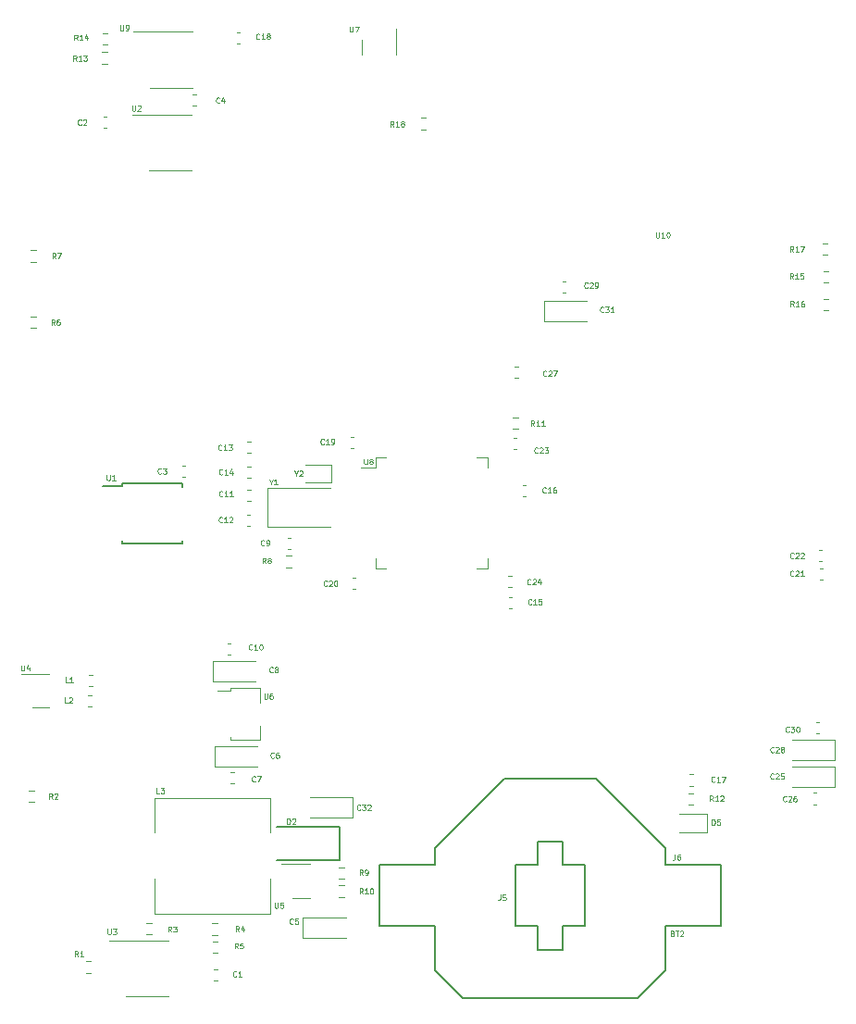
<source format=gbr>
%TF.GenerationSoftware,KiCad,Pcbnew,7.0.9-7.0.9~ubuntu22.04.1*%
%TF.CreationDate,2023-12-31T10:10:50+00:00*%
%TF.ProjectId,stm32_sbc_wifi,73746d33-325f-4736-9263-5f776966692e,A*%
%TF.SameCoordinates,Original*%
%TF.FileFunction,Legend,Top*%
%TF.FilePolarity,Positive*%
%FSLAX46Y46*%
G04 Gerber Fmt 4.6, Leading zero omitted, Abs format (unit mm)*
G04 Created by KiCad (PCBNEW 7.0.9-7.0.9~ubuntu22.04.1) date 2023-12-31 10:10:50*
%MOMM*%
%LPD*%
G01*
G04 APERTURE LIST*
%ADD10C,0.125000*%
%ADD11C,0.120000*%
%ADD12C,0.150000*%
%ADD13C,0.203200*%
G04 APERTURE END LIST*
D10*
X91746666Y-100504809D02*
X91508571Y-100504809D01*
X91508571Y-100504809D02*
X91508571Y-100004809D01*
X92175238Y-100504809D02*
X91889524Y-100504809D01*
X92032381Y-100504809D02*
X92032381Y-100004809D01*
X92032381Y-100004809D02*
X91984762Y-100076238D01*
X91984762Y-100076238D02*
X91937143Y-100123857D01*
X91937143Y-100123857D02*
X91889524Y-100147666D01*
X105586666Y-47467190D02*
X105562857Y-47491000D01*
X105562857Y-47491000D02*
X105491428Y-47514809D01*
X105491428Y-47514809D02*
X105443809Y-47514809D01*
X105443809Y-47514809D02*
X105372381Y-47491000D01*
X105372381Y-47491000D02*
X105324762Y-47443380D01*
X105324762Y-47443380D02*
X105300952Y-47395761D01*
X105300952Y-47395761D02*
X105277143Y-47300523D01*
X105277143Y-47300523D02*
X105277143Y-47229095D01*
X105277143Y-47229095D02*
X105300952Y-47133857D01*
X105300952Y-47133857D02*
X105324762Y-47086238D01*
X105324762Y-47086238D02*
X105372381Y-47038619D01*
X105372381Y-47038619D02*
X105443809Y-47014809D01*
X105443809Y-47014809D02*
X105491428Y-47014809D01*
X105491428Y-47014809D02*
X105562857Y-47038619D01*
X105562857Y-47038619D02*
X105586666Y-47062428D01*
X106015238Y-47181476D02*
X106015238Y-47514809D01*
X105896190Y-46991000D02*
X105777143Y-47348142D01*
X105777143Y-47348142D02*
X106086666Y-47348142D01*
X109694047Y-101494809D02*
X109694047Y-101899571D01*
X109694047Y-101899571D02*
X109717857Y-101947190D01*
X109717857Y-101947190D02*
X109741666Y-101971000D01*
X109741666Y-101971000D02*
X109789285Y-101994809D01*
X109789285Y-101994809D02*
X109884523Y-101994809D01*
X109884523Y-101994809D02*
X109932142Y-101971000D01*
X109932142Y-101971000D02*
X109955952Y-101947190D01*
X109955952Y-101947190D02*
X109979761Y-101899571D01*
X109979761Y-101899571D02*
X109979761Y-101494809D01*
X110432143Y-101494809D02*
X110336905Y-101494809D01*
X110336905Y-101494809D02*
X110289286Y-101518619D01*
X110289286Y-101518619D02*
X110265476Y-101542428D01*
X110265476Y-101542428D02*
X110217857Y-101613857D01*
X110217857Y-101613857D02*
X110194048Y-101709095D01*
X110194048Y-101709095D02*
X110194048Y-101899571D01*
X110194048Y-101899571D02*
X110217857Y-101947190D01*
X110217857Y-101947190D02*
X110241667Y-101971000D01*
X110241667Y-101971000D02*
X110289286Y-101994809D01*
X110289286Y-101994809D02*
X110384524Y-101994809D01*
X110384524Y-101994809D02*
X110432143Y-101971000D01*
X110432143Y-101971000D02*
X110455952Y-101947190D01*
X110455952Y-101947190D02*
X110479762Y-101899571D01*
X110479762Y-101899571D02*
X110479762Y-101780523D01*
X110479762Y-101780523D02*
X110455952Y-101732904D01*
X110455952Y-101732904D02*
X110432143Y-101709095D01*
X110432143Y-101709095D02*
X110384524Y-101685285D01*
X110384524Y-101685285D02*
X110289286Y-101685285D01*
X110289286Y-101685285D02*
X110241667Y-101709095D01*
X110241667Y-101709095D02*
X110217857Y-101732904D01*
X110217857Y-101732904D02*
X110194048Y-101780523D01*
X111790952Y-113432309D02*
X111790952Y-112932309D01*
X111790952Y-112932309D02*
X111910000Y-112932309D01*
X111910000Y-112932309D02*
X111981428Y-112956119D01*
X111981428Y-112956119D02*
X112029047Y-113003738D01*
X112029047Y-113003738D02*
X112052857Y-113051357D01*
X112052857Y-113051357D02*
X112076666Y-113146595D01*
X112076666Y-113146595D02*
X112076666Y-113218023D01*
X112076666Y-113218023D02*
X112052857Y-113313261D01*
X112052857Y-113313261D02*
X112029047Y-113360880D01*
X112029047Y-113360880D02*
X111981428Y-113408500D01*
X111981428Y-113408500D02*
X111910000Y-113432309D01*
X111910000Y-113432309D02*
X111790952Y-113432309D01*
X112267143Y-112979928D02*
X112290952Y-112956119D01*
X112290952Y-112956119D02*
X112338571Y-112932309D01*
X112338571Y-112932309D02*
X112457619Y-112932309D01*
X112457619Y-112932309D02*
X112505238Y-112956119D01*
X112505238Y-112956119D02*
X112529047Y-112979928D01*
X112529047Y-112979928D02*
X112552857Y-113027547D01*
X112552857Y-113027547D02*
X112552857Y-113075166D01*
X112552857Y-113075166D02*
X112529047Y-113146595D01*
X112529047Y-113146595D02*
X112243333Y-113432309D01*
X112243333Y-113432309D02*
X112552857Y-113432309D01*
X110569166Y-107357190D02*
X110545357Y-107381000D01*
X110545357Y-107381000D02*
X110473928Y-107404809D01*
X110473928Y-107404809D02*
X110426309Y-107404809D01*
X110426309Y-107404809D02*
X110354881Y-107381000D01*
X110354881Y-107381000D02*
X110307262Y-107333380D01*
X110307262Y-107333380D02*
X110283452Y-107285761D01*
X110283452Y-107285761D02*
X110259643Y-107190523D01*
X110259643Y-107190523D02*
X110259643Y-107119095D01*
X110259643Y-107119095D02*
X110283452Y-107023857D01*
X110283452Y-107023857D02*
X110307262Y-106976238D01*
X110307262Y-106976238D02*
X110354881Y-106928619D01*
X110354881Y-106928619D02*
X110426309Y-106904809D01*
X110426309Y-106904809D02*
X110473928Y-106904809D01*
X110473928Y-106904809D02*
X110545357Y-106928619D01*
X110545357Y-106928619D02*
X110569166Y-106952428D01*
X110997738Y-106904809D02*
X110902500Y-106904809D01*
X110902500Y-106904809D02*
X110854881Y-106928619D01*
X110854881Y-106928619D02*
X110831071Y-106952428D01*
X110831071Y-106952428D02*
X110783452Y-107023857D01*
X110783452Y-107023857D02*
X110759643Y-107119095D01*
X110759643Y-107119095D02*
X110759643Y-107309571D01*
X110759643Y-107309571D02*
X110783452Y-107357190D01*
X110783452Y-107357190D02*
X110807262Y-107381000D01*
X110807262Y-107381000D02*
X110854881Y-107404809D01*
X110854881Y-107404809D02*
X110950119Y-107404809D01*
X110950119Y-107404809D02*
X110997738Y-107381000D01*
X110997738Y-107381000D02*
X111021547Y-107357190D01*
X111021547Y-107357190D02*
X111045357Y-107309571D01*
X111045357Y-107309571D02*
X111045357Y-107190523D01*
X111045357Y-107190523D02*
X111021547Y-107142904D01*
X111021547Y-107142904D02*
X110997738Y-107119095D01*
X110997738Y-107119095D02*
X110950119Y-107095285D01*
X110950119Y-107095285D02*
X110854881Y-107095285D01*
X110854881Y-107095285D02*
X110807262Y-107119095D01*
X110807262Y-107119095D02*
X110783452Y-107142904D01*
X110783452Y-107142904D02*
X110759643Y-107190523D01*
X108583571Y-97457190D02*
X108559762Y-97481000D01*
X108559762Y-97481000D02*
X108488333Y-97504809D01*
X108488333Y-97504809D02*
X108440714Y-97504809D01*
X108440714Y-97504809D02*
X108369286Y-97481000D01*
X108369286Y-97481000D02*
X108321667Y-97433380D01*
X108321667Y-97433380D02*
X108297857Y-97385761D01*
X108297857Y-97385761D02*
X108274048Y-97290523D01*
X108274048Y-97290523D02*
X108274048Y-97219095D01*
X108274048Y-97219095D02*
X108297857Y-97123857D01*
X108297857Y-97123857D02*
X108321667Y-97076238D01*
X108321667Y-97076238D02*
X108369286Y-97028619D01*
X108369286Y-97028619D02*
X108440714Y-97004809D01*
X108440714Y-97004809D02*
X108488333Y-97004809D01*
X108488333Y-97004809D02*
X108559762Y-97028619D01*
X108559762Y-97028619D02*
X108583571Y-97052428D01*
X109059762Y-97504809D02*
X108774048Y-97504809D01*
X108916905Y-97504809D02*
X108916905Y-97004809D01*
X108916905Y-97004809D02*
X108869286Y-97076238D01*
X108869286Y-97076238D02*
X108821667Y-97123857D01*
X108821667Y-97123857D02*
X108774048Y-97147666D01*
X109369285Y-97004809D02*
X109416904Y-97004809D01*
X109416904Y-97004809D02*
X109464523Y-97028619D01*
X109464523Y-97028619D02*
X109488333Y-97052428D01*
X109488333Y-97052428D02*
X109512142Y-97100047D01*
X109512142Y-97100047D02*
X109535952Y-97195285D01*
X109535952Y-97195285D02*
X109535952Y-97314333D01*
X109535952Y-97314333D02*
X109512142Y-97409571D01*
X109512142Y-97409571D02*
X109488333Y-97457190D01*
X109488333Y-97457190D02*
X109464523Y-97481000D01*
X109464523Y-97481000D02*
X109416904Y-97504809D01*
X109416904Y-97504809D02*
X109369285Y-97504809D01*
X109369285Y-97504809D02*
X109321666Y-97481000D01*
X109321666Y-97481000D02*
X109297857Y-97457190D01*
X109297857Y-97457190D02*
X109274047Y-97409571D01*
X109274047Y-97409571D02*
X109250238Y-97314333D01*
X109250238Y-97314333D02*
X109250238Y-97195285D01*
X109250238Y-97195285D02*
X109274047Y-97100047D01*
X109274047Y-97100047D02*
X109297857Y-97052428D01*
X109297857Y-97052428D02*
X109321666Y-97028619D01*
X109321666Y-97028619D02*
X109369285Y-97004809D01*
X105868571Y-81437190D02*
X105844762Y-81461000D01*
X105844762Y-81461000D02*
X105773333Y-81484809D01*
X105773333Y-81484809D02*
X105725714Y-81484809D01*
X105725714Y-81484809D02*
X105654286Y-81461000D01*
X105654286Y-81461000D02*
X105606667Y-81413380D01*
X105606667Y-81413380D02*
X105582857Y-81365761D01*
X105582857Y-81365761D02*
X105559048Y-81270523D01*
X105559048Y-81270523D02*
X105559048Y-81199095D01*
X105559048Y-81199095D02*
X105582857Y-81103857D01*
X105582857Y-81103857D02*
X105606667Y-81056238D01*
X105606667Y-81056238D02*
X105654286Y-81008619D01*
X105654286Y-81008619D02*
X105725714Y-80984809D01*
X105725714Y-80984809D02*
X105773333Y-80984809D01*
X105773333Y-80984809D02*
X105844762Y-81008619D01*
X105844762Y-81008619D02*
X105868571Y-81032428D01*
X106344762Y-81484809D02*
X106059048Y-81484809D01*
X106201905Y-81484809D02*
X106201905Y-80984809D01*
X106201905Y-80984809D02*
X106154286Y-81056238D01*
X106154286Y-81056238D02*
X106106667Y-81103857D01*
X106106667Y-81103857D02*
X106059048Y-81127666D01*
X106773333Y-81151476D02*
X106773333Y-81484809D01*
X106654285Y-80961000D02*
X106535238Y-81318142D01*
X106535238Y-81318142D02*
X106844761Y-81318142D01*
X95289047Y-81504809D02*
X95289047Y-81909571D01*
X95289047Y-81909571D02*
X95312857Y-81957190D01*
X95312857Y-81957190D02*
X95336666Y-81981000D01*
X95336666Y-81981000D02*
X95384285Y-82004809D01*
X95384285Y-82004809D02*
X95479523Y-82004809D01*
X95479523Y-82004809D02*
X95527142Y-81981000D01*
X95527142Y-81981000D02*
X95550952Y-81957190D01*
X95550952Y-81957190D02*
X95574761Y-81909571D01*
X95574761Y-81909571D02*
X95574761Y-81504809D01*
X96074762Y-82004809D02*
X95789048Y-82004809D01*
X95931905Y-82004809D02*
X95931905Y-81504809D01*
X95931905Y-81504809D02*
X95884286Y-81576238D01*
X95884286Y-81576238D02*
X95836667Y-81623857D01*
X95836667Y-81623857D02*
X95789048Y-81647666D01*
X157448571Y-111332190D02*
X157424762Y-111356000D01*
X157424762Y-111356000D02*
X157353333Y-111379809D01*
X157353333Y-111379809D02*
X157305714Y-111379809D01*
X157305714Y-111379809D02*
X157234286Y-111356000D01*
X157234286Y-111356000D02*
X157186667Y-111308380D01*
X157186667Y-111308380D02*
X157162857Y-111260761D01*
X157162857Y-111260761D02*
X157139048Y-111165523D01*
X157139048Y-111165523D02*
X157139048Y-111094095D01*
X157139048Y-111094095D02*
X157162857Y-110998857D01*
X157162857Y-110998857D02*
X157186667Y-110951238D01*
X157186667Y-110951238D02*
X157234286Y-110903619D01*
X157234286Y-110903619D02*
X157305714Y-110879809D01*
X157305714Y-110879809D02*
X157353333Y-110879809D01*
X157353333Y-110879809D02*
X157424762Y-110903619D01*
X157424762Y-110903619D02*
X157448571Y-110927428D01*
X157639048Y-110927428D02*
X157662857Y-110903619D01*
X157662857Y-110903619D02*
X157710476Y-110879809D01*
X157710476Y-110879809D02*
X157829524Y-110879809D01*
X157829524Y-110879809D02*
X157877143Y-110903619D01*
X157877143Y-110903619D02*
X157900952Y-110927428D01*
X157900952Y-110927428D02*
X157924762Y-110975047D01*
X157924762Y-110975047D02*
X157924762Y-111022666D01*
X157924762Y-111022666D02*
X157900952Y-111094095D01*
X157900952Y-111094095D02*
X157615238Y-111379809D01*
X157615238Y-111379809D02*
X157924762Y-111379809D01*
X158353333Y-110879809D02*
X158258095Y-110879809D01*
X158258095Y-110879809D02*
X158210476Y-110903619D01*
X158210476Y-110903619D02*
X158186666Y-110927428D01*
X158186666Y-110927428D02*
X158139047Y-110998857D01*
X158139047Y-110998857D02*
X158115238Y-111094095D01*
X158115238Y-111094095D02*
X158115238Y-111284571D01*
X158115238Y-111284571D02*
X158139047Y-111332190D01*
X158139047Y-111332190D02*
X158162857Y-111356000D01*
X158162857Y-111356000D02*
X158210476Y-111379809D01*
X158210476Y-111379809D02*
X158305714Y-111379809D01*
X158305714Y-111379809D02*
X158353333Y-111356000D01*
X158353333Y-111356000D02*
X158377142Y-111332190D01*
X158377142Y-111332190D02*
X158400952Y-111284571D01*
X158400952Y-111284571D02*
X158400952Y-111165523D01*
X158400952Y-111165523D02*
X158377142Y-111117904D01*
X158377142Y-111117904D02*
X158353333Y-111094095D01*
X158353333Y-111094095D02*
X158305714Y-111070285D01*
X158305714Y-111070285D02*
X158210476Y-111070285D01*
X158210476Y-111070285D02*
X158162857Y-111094095D01*
X158162857Y-111094095D02*
X158139047Y-111117904D01*
X158139047Y-111117904D02*
X158115238Y-111165523D01*
X110471666Y-99537190D02*
X110447857Y-99561000D01*
X110447857Y-99561000D02*
X110376428Y-99584809D01*
X110376428Y-99584809D02*
X110328809Y-99584809D01*
X110328809Y-99584809D02*
X110257381Y-99561000D01*
X110257381Y-99561000D02*
X110209762Y-99513380D01*
X110209762Y-99513380D02*
X110185952Y-99465761D01*
X110185952Y-99465761D02*
X110162143Y-99370523D01*
X110162143Y-99370523D02*
X110162143Y-99299095D01*
X110162143Y-99299095D02*
X110185952Y-99203857D01*
X110185952Y-99203857D02*
X110209762Y-99156238D01*
X110209762Y-99156238D02*
X110257381Y-99108619D01*
X110257381Y-99108619D02*
X110328809Y-99084809D01*
X110328809Y-99084809D02*
X110376428Y-99084809D01*
X110376428Y-99084809D02*
X110447857Y-99108619D01*
X110447857Y-99108619D02*
X110471666Y-99132428D01*
X110757381Y-99299095D02*
X110709762Y-99275285D01*
X110709762Y-99275285D02*
X110685952Y-99251476D01*
X110685952Y-99251476D02*
X110662143Y-99203857D01*
X110662143Y-99203857D02*
X110662143Y-99180047D01*
X110662143Y-99180047D02*
X110685952Y-99132428D01*
X110685952Y-99132428D02*
X110709762Y-99108619D01*
X110709762Y-99108619D02*
X110757381Y-99084809D01*
X110757381Y-99084809D02*
X110852619Y-99084809D01*
X110852619Y-99084809D02*
X110900238Y-99108619D01*
X110900238Y-99108619D02*
X110924047Y-99132428D01*
X110924047Y-99132428D02*
X110947857Y-99180047D01*
X110947857Y-99180047D02*
X110947857Y-99203857D01*
X110947857Y-99203857D02*
X110924047Y-99251476D01*
X110924047Y-99251476D02*
X110900238Y-99275285D01*
X110900238Y-99275285D02*
X110852619Y-99299095D01*
X110852619Y-99299095D02*
X110757381Y-99299095D01*
X110757381Y-99299095D02*
X110709762Y-99322904D01*
X110709762Y-99322904D02*
X110685952Y-99346714D01*
X110685952Y-99346714D02*
X110662143Y-99394333D01*
X110662143Y-99394333D02*
X110662143Y-99489571D01*
X110662143Y-99489571D02*
X110685952Y-99537190D01*
X110685952Y-99537190D02*
X110709762Y-99561000D01*
X110709762Y-99561000D02*
X110757381Y-99584809D01*
X110757381Y-99584809D02*
X110852619Y-99584809D01*
X110852619Y-99584809D02*
X110900238Y-99561000D01*
X110900238Y-99561000D02*
X110924047Y-99537190D01*
X110924047Y-99537190D02*
X110947857Y-99489571D01*
X110947857Y-99489571D02*
X110947857Y-99394333D01*
X110947857Y-99394333D02*
X110924047Y-99346714D01*
X110924047Y-99346714D02*
X110900238Y-99322904D01*
X110900238Y-99322904D02*
X110852619Y-99299095D01*
X97609047Y-47714809D02*
X97609047Y-48119571D01*
X97609047Y-48119571D02*
X97632857Y-48167190D01*
X97632857Y-48167190D02*
X97656666Y-48191000D01*
X97656666Y-48191000D02*
X97704285Y-48214809D01*
X97704285Y-48214809D02*
X97799523Y-48214809D01*
X97799523Y-48214809D02*
X97847142Y-48191000D01*
X97847142Y-48191000D02*
X97870952Y-48167190D01*
X97870952Y-48167190D02*
X97894761Y-48119571D01*
X97894761Y-48119571D02*
X97894761Y-47714809D01*
X98109048Y-47762428D02*
X98132857Y-47738619D01*
X98132857Y-47738619D02*
X98180476Y-47714809D01*
X98180476Y-47714809D02*
X98299524Y-47714809D01*
X98299524Y-47714809D02*
X98347143Y-47738619D01*
X98347143Y-47738619D02*
X98370952Y-47762428D01*
X98370952Y-47762428D02*
X98394762Y-47810047D01*
X98394762Y-47810047D02*
X98394762Y-47857666D01*
X98394762Y-47857666D02*
X98370952Y-47929095D01*
X98370952Y-47929095D02*
X98085238Y-48214809D01*
X98085238Y-48214809D02*
X98394762Y-48214809D01*
X92608571Y-41764809D02*
X92441905Y-41526714D01*
X92322857Y-41764809D02*
X92322857Y-41264809D01*
X92322857Y-41264809D02*
X92513333Y-41264809D01*
X92513333Y-41264809D02*
X92560952Y-41288619D01*
X92560952Y-41288619D02*
X92584762Y-41312428D01*
X92584762Y-41312428D02*
X92608571Y-41360047D01*
X92608571Y-41360047D02*
X92608571Y-41431476D01*
X92608571Y-41431476D02*
X92584762Y-41479095D01*
X92584762Y-41479095D02*
X92560952Y-41502904D01*
X92560952Y-41502904D02*
X92513333Y-41526714D01*
X92513333Y-41526714D02*
X92322857Y-41526714D01*
X93084762Y-41764809D02*
X92799048Y-41764809D01*
X92941905Y-41764809D02*
X92941905Y-41264809D01*
X92941905Y-41264809D02*
X92894286Y-41336238D01*
X92894286Y-41336238D02*
X92846667Y-41383857D01*
X92846667Y-41383857D02*
X92799048Y-41407666D01*
X93513333Y-41431476D02*
X93513333Y-41764809D01*
X93394285Y-41241000D02*
X93275238Y-41598142D01*
X93275238Y-41598142D02*
X93584761Y-41598142D01*
X96509047Y-40364809D02*
X96509047Y-40769571D01*
X96509047Y-40769571D02*
X96532857Y-40817190D01*
X96532857Y-40817190D02*
X96556666Y-40841000D01*
X96556666Y-40841000D02*
X96604285Y-40864809D01*
X96604285Y-40864809D02*
X96699523Y-40864809D01*
X96699523Y-40864809D02*
X96747142Y-40841000D01*
X96747142Y-40841000D02*
X96770952Y-40817190D01*
X96770952Y-40817190D02*
X96794761Y-40769571D01*
X96794761Y-40769571D02*
X96794761Y-40364809D01*
X97056667Y-40864809D02*
X97151905Y-40864809D01*
X97151905Y-40864809D02*
X97199524Y-40841000D01*
X97199524Y-40841000D02*
X97223333Y-40817190D01*
X97223333Y-40817190D02*
X97270952Y-40745761D01*
X97270952Y-40745761D02*
X97294762Y-40650523D01*
X97294762Y-40650523D02*
X97294762Y-40460047D01*
X97294762Y-40460047D02*
X97270952Y-40412428D01*
X97270952Y-40412428D02*
X97247143Y-40388619D01*
X97247143Y-40388619D02*
X97199524Y-40364809D01*
X97199524Y-40364809D02*
X97104286Y-40364809D01*
X97104286Y-40364809D02*
X97056667Y-40388619D01*
X97056667Y-40388619D02*
X97032857Y-40412428D01*
X97032857Y-40412428D02*
X97009048Y-40460047D01*
X97009048Y-40460047D02*
X97009048Y-40579095D01*
X97009048Y-40579095D02*
X97032857Y-40626714D01*
X97032857Y-40626714D02*
X97056667Y-40650523D01*
X97056667Y-40650523D02*
X97104286Y-40674333D01*
X97104286Y-40674333D02*
X97199524Y-40674333D01*
X97199524Y-40674333D02*
X97247143Y-40650523D01*
X97247143Y-40650523D02*
X97270952Y-40626714D01*
X97270952Y-40626714D02*
X97294762Y-40579095D01*
X105868571Y-83437190D02*
X105844762Y-83461000D01*
X105844762Y-83461000D02*
X105773333Y-83484809D01*
X105773333Y-83484809D02*
X105725714Y-83484809D01*
X105725714Y-83484809D02*
X105654286Y-83461000D01*
X105654286Y-83461000D02*
X105606667Y-83413380D01*
X105606667Y-83413380D02*
X105582857Y-83365761D01*
X105582857Y-83365761D02*
X105559048Y-83270523D01*
X105559048Y-83270523D02*
X105559048Y-83199095D01*
X105559048Y-83199095D02*
X105582857Y-83103857D01*
X105582857Y-83103857D02*
X105606667Y-83056238D01*
X105606667Y-83056238D02*
X105654286Y-83008619D01*
X105654286Y-83008619D02*
X105725714Y-82984809D01*
X105725714Y-82984809D02*
X105773333Y-82984809D01*
X105773333Y-82984809D02*
X105844762Y-83008619D01*
X105844762Y-83008619D02*
X105868571Y-83032428D01*
X106344762Y-83484809D02*
X106059048Y-83484809D01*
X106201905Y-83484809D02*
X106201905Y-82984809D01*
X106201905Y-82984809D02*
X106154286Y-83056238D01*
X106154286Y-83056238D02*
X106106667Y-83103857D01*
X106106667Y-83103857D02*
X106059048Y-83127666D01*
X106820952Y-83484809D02*
X106535238Y-83484809D01*
X106678095Y-83484809D02*
X106678095Y-82984809D01*
X106678095Y-82984809D02*
X106630476Y-83056238D01*
X106630476Y-83056238D02*
X106582857Y-83103857D01*
X106582857Y-83103857D02*
X106535238Y-83127666D01*
X131291533Y-119902609D02*
X131291533Y-120259752D01*
X131291533Y-120259752D02*
X131267724Y-120331180D01*
X131267724Y-120331180D02*
X131220105Y-120378800D01*
X131220105Y-120378800D02*
X131148676Y-120402609D01*
X131148676Y-120402609D02*
X131101057Y-120402609D01*
X131767723Y-119902609D02*
X131529628Y-119902609D01*
X131529628Y-119902609D02*
X131505819Y-120140704D01*
X131505819Y-120140704D02*
X131529628Y-120116895D01*
X131529628Y-120116895D02*
X131577247Y-120093085D01*
X131577247Y-120093085D02*
X131696295Y-120093085D01*
X131696295Y-120093085D02*
X131743914Y-120116895D01*
X131743914Y-120116895D02*
X131767723Y-120140704D01*
X131767723Y-120140704D02*
X131791533Y-120188323D01*
X131791533Y-120188323D02*
X131791533Y-120307371D01*
X131791533Y-120307371D02*
X131767723Y-120354990D01*
X131767723Y-120354990D02*
X131743914Y-120378800D01*
X131743914Y-120378800D02*
X131696295Y-120402609D01*
X131696295Y-120402609D02*
X131577247Y-120402609D01*
X131577247Y-120402609D02*
X131529628Y-120378800D01*
X131529628Y-120378800D02*
X131505819Y-120354990D01*
X156288571Y-109272190D02*
X156264762Y-109296000D01*
X156264762Y-109296000D02*
X156193333Y-109319809D01*
X156193333Y-109319809D02*
X156145714Y-109319809D01*
X156145714Y-109319809D02*
X156074286Y-109296000D01*
X156074286Y-109296000D02*
X156026667Y-109248380D01*
X156026667Y-109248380D02*
X156002857Y-109200761D01*
X156002857Y-109200761D02*
X155979048Y-109105523D01*
X155979048Y-109105523D02*
X155979048Y-109034095D01*
X155979048Y-109034095D02*
X156002857Y-108938857D01*
X156002857Y-108938857D02*
X156026667Y-108891238D01*
X156026667Y-108891238D02*
X156074286Y-108843619D01*
X156074286Y-108843619D02*
X156145714Y-108819809D01*
X156145714Y-108819809D02*
X156193333Y-108819809D01*
X156193333Y-108819809D02*
X156264762Y-108843619D01*
X156264762Y-108843619D02*
X156288571Y-108867428D01*
X156479048Y-108867428D02*
X156502857Y-108843619D01*
X156502857Y-108843619D02*
X156550476Y-108819809D01*
X156550476Y-108819809D02*
X156669524Y-108819809D01*
X156669524Y-108819809D02*
X156717143Y-108843619D01*
X156717143Y-108843619D02*
X156740952Y-108867428D01*
X156740952Y-108867428D02*
X156764762Y-108915047D01*
X156764762Y-108915047D02*
X156764762Y-108962666D01*
X156764762Y-108962666D02*
X156740952Y-109034095D01*
X156740952Y-109034095D02*
X156455238Y-109319809D01*
X156455238Y-109319809D02*
X156764762Y-109319809D01*
X157217142Y-108819809D02*
X156979047Y-108819809D01*
X156979047Y-108819809D02*
X156955238Y-109057904D01*
X156955238Y-109057904D02*
X156979047Y-109034095D01*
X156979047Y-109034095D02*
X157026666Y-109010285D01*
X157026666Y-109010285D02*
X157145714Y-109010285D01*
X157145714Y-109010285D02*
X157193333Y-109034095D01*
X157193333Y-109034095D02*
X157217142Y-109057904D01*
X157217142Y-109057904D02*
X157240952Y-109105523D01*
X157240952Y-109105523D02*
X157240952Y-109224571D01*
X157240952Y-109224571D02*
X157217142Y-109272190D01*
X157217142Y-109272190D02*
X157193333Y-109296000D01*
X157193333Y-109296000D02*
X157145714Y-109319809D01*
X157145714Y-109319809D02*
X157026666Y-109319809D01*
X157026666Y-109319809D02*
X156979047Y-109296000D01*
X156979047Y-109296000D02*
X156955238Y-109272190D01*
X135508571Y-72427190D02*
X135484762Y-72451000D01*
X135484762Y-72451000D02*
X135413333Y-72474809D01*
X135413333Y-72474809D02*
X135365714Y-72474809D01*
X135365714Y-72474809D02*
X135294286Y-72451000D01*
X135294286Y-72451000D02*
X135246667Y-72403380D01*
X135246667Y-72403380D02*
X135222857Y-72355761D01*
X135222857Y-72355761D02*
X135199048Y-72260523D01*
X135199048Y-72260523D02*
X135199048Y-72189095D01*
X135199048Y-72189095D02*
X135222857Y-72093857D01*
X135222857Y-72093857D02*
X135246667Y-72046238D01*
X135246667Y-72046238D02*
X135294286Y-71998619D01*
X135294286Y-71998619D02*
X135365714Y-71974809D01*
X135365714Y-71974809D02*
X135413333Y-71974809D01*
X135413333Y-71974809D02*
X135484762Y-71998619D01*
X135484762Y-71998619D02*
X135508571Y-72022428D01*
X135699048Y-72022428D02*
X135722857Y-71998619D01*
X135722857Y-71998619D02*
X135770476Y-71974809D01*
X135770476Y-71974809D02*
X135889524Y-71974809D01*
X135889524Y-71974809D02*
X135937143Y-71998619D01*
X135937143Y-71998619D02*
X135960952Y-72022428D01*
X135960952Y-72022428D02*
X135984762Y-72070047D01*
X135984762Y-72070047D02*
X135984762Y-72117666D01*
X135984762Y-72117666D02*
X135960952Y-72189095D01*
X135960952Y-72189095D02*
X135675238Y-72474809D01*
X135675238Y-72474809D02*
X135984762Y-72474809D01*
X136151428Y-71974809D02*
X136484761Y-71974809D01*
X136484761Y-71974809D02*
X136270476Y-72474809D01*
X158098571Y-61084809D02*
X157931905Y-60846714D01*
X157812857Y-61084809D02*
X157812857Y-60584809D01*
X157812857Y-60584809D02*
X158003333Y-60584809D01*
X158003333Y-60584809D02*
X158050952Y-60608619D01*
X158050952Y-60608619D02*
X158074762Y-60632428D01*
X158074762Y-60632428D02*
X158098571Y-60680047D01*
X158098571Y-60680047D02*
X158098571Y-60751476D01*
X158098571Y-60751476D02*
X158074762Y-60799095D01*
X158074762Y-60799095D02*
X158050952Y-60822904D01*
X158050952Y-60822904D02*
X158003333Y-60846714D01*
X158003333Y-60846714D02*
X157812857Y-60846714D01*
X158574762Y-61084809D02*
X158289048Y-61084809D01*
X158431905Y-61084809D02*
X158431905Y-60584809D01*
X158431905Y-60584809D02*
X158384286Y-60656238D01*
X158384286Y-60656238D02*
X158336667Y-60703857D01*
X158336667Y-60703857D02*
X158289048Y-60727666D01*
X158741428Y-60584809D02*
X159074761Y-60584809D01*
X159074761Y-60584809D02*
X158860476Y-61084809D01*
X105778571Y-79217190D02*
X105754762Y-79241000D01*
X105754762Y-79241000D02*
X105683333Y-79264809D01*
X105683333Y-79264809D02*
X105635714Y-79264809D01*
X105635714Y-79264809D02*
X105564286Y-79241000D01*
X105564286Y-79241000D02*
X105516667Y-79193380D01*
X105516667Y-79193380D02*
X105492857Y-79145761D01*
X105492857Y-79145761D02*
X105469048Y-79050523D01*
X105469048Y-79050523D02*
X105469048Y-78979095D01*
X105469048Y-78979095D02*
X105492857Y-78883857D01*
X105492857Y-78883857D02*
X105516667Y-78836238D01*
X105516667Y-78836238D02*
X105564286Y-78788619D01*
X105564286Y-78788619D02*
X105635714Y-78764809D01*
X105635714Y-78764809D02*
X105683333Y-78764809D01*
X105683333Y-78764809D02*
X105754762Y-78788619D01*
X105754762Y-78788619D02*
X105778571Y-78812428D01*
X106254762Y-79264809D02*
X105969048Y-79264809D01*
X106111905Y-79264809D02*
X106111905Y-78764809D01*
X106111905Y-78764809D02*
X106064286Y-78836238D01*
X106064286Y-78836238D02*
X106016667Y-78883857D01*
X106016667Y-78883857D02*
X105969048Y-78907666D01*
X106421428Y-78764809D02*
X106730952Y-78764809D01*
X106730952Y-78764809D02*
X106564285Y-78955285D01*
X106564285Y-78955285D02*
X106635714Y-78955285D01*
X106635714Y-78955285D02*
X106683333Y-78979095D01*
X106683333Y-78979095D02*
X106707142Y-79002904D01*
X106707142Y-79002904D02*
X106730952Y-79050523D01*
X106730952Y-79050523D02*
X106730952Y-79169571D01*
X106730952Y-79169571D02*
X106707142Y-79217190D01*
X106707142Y-79217190D02*
X106683333Y-79241000D01*
X106683333Y-79241000D02*
X106635714Y-79264809D01*
X106635714Y-79264809D02*
X106492857Y-79264809D01*
X106492857Y-79264809D02*
X106445238Y-79241000D01*
X106445238Y-79241000D02*
X106421428Y-79217190D01*
X100086666Y-110634809D02*
X99848571Y-110634809D01*
X99848571Y-110634809D02*
X99848571Y-110134809D01*
X100205714Y-110134809D02*
X100515238Y-110134809D01*
X100515238Y-110134809D02*
X100348571Y-110325285D01*
X100348571Y-110325285D02*
X100420000Y-110325285D01*
X100420000Y-110325285D02*
X100467619Y-110349095D01*
X100467619Y-110349095D02*
X100491428Y-110372904D01*
X100491428Y-110372904D02*
X100515238Y-110420523D01*
X100515238Y-110420523D02*
X100515238Y-110539571D01*
X100515238Y-110539571D02*
X100491428Y-110587190D01*
X100491428Y-110587190D02*
X100467619Y-110611000D01*
X100467619Y-110611000D02*
X100420000Y-110634809D01*
X100420000Y-110634809D02*
X100277143Y-110634809D01*
X100277143Y-110634809D02*
X100229524Y-110611000D01*
X100229524Y-110611000D02*
X100205714Y-110587190D01*
X90316666Y-111144809D02*
X90150000Y-110906714D01*
X90030952Y-111144809D02*
X90030952Y-110644809D01*
X90030952Y-110644809D02*
X90221428Y-110644809D01*
X90221428Y-110644809D02*
X90269047Y-110668619D01*
X90269047Y-110668619D02*
X90292857Y-110692428D01*
X90292857Y-110692428D02*
X90316666Y-110740047D01*
X90316666Y-110740047D02*
X90316666Y-110811476D01*
X90316666Y-110811476D02*
X90292857Y-110859095D01*
X90292857Y-110859095D02*
X90269047Y-110882904D01*
X90269047Y-110882904D02*
X90221428Y-110906714D01*
X90221428Y-110906714D02*
X90030952Y-110906714D01*
X90507143Y-110692428D02*
X90530952Y-110668619D01*
X90530952Y-110668619D02*
X90578571Y-110644809D01*
X90578571Y-110644809D02*
X90697619Y-110644809D01*
X90697619Y-110644809D02*
X90745238Y-110668619D01*
X90745238Y-110668619D02*
X90769047Y-110692428D01*
X90769047Y-110692428D02*
X90792857Y-110740047D01*
X90792857Y-110740047D02*
X90792857Y-110787666D01*
X90792857Y-110787666D02*
X90769047Y-110859095D01*
X90769047Y-110859095D02*
X90483333Y-111144809D01*
X90483333Y-111144809D02*
X90792857Y-111144809D01*
X134698571Y-79477190D02*
X134674762Y-79501000D01*
X134674762Y-79501000D02*
X134603333Y-79524809D01*
X134603333Y-79524809D02*
X134555714Y-79524809D01*
X134555714Y-79524809D02*
X134484286Y-79501000D01*
X134484286Y-79501000D02*
X134436667Y-79453380D01*
X134436667Y-79453380D02*
X134412857Y-79405761D01*
X134412857Y-79405761D02*
X134389048Y-79310523D01*
X134389048Y-79310523D02*
X134389048Y-79239095D01*
X134389048Y-79239095D02*
X134412857Y-79143857D01*
X134412857Y-79143857D02*
X134436667Y-79096238D01*
X134436667Y-79096238D02*
X134484286Y-79048619D01*
X134484286Y-79048619D02*
X134555714Y-79024809D01*
X134555714Y-79024809D02*
X134603333Y-79024809D01*
X134603333Y-79024809D02*
X134674762Y-79048619D01*
X134674762Y-79048619D02*
X134698571Y-79072428D01*
X134889048Y-79072428D02*
X134912857Y-79048619D01*
X134912857Y-79048619D02*
X134960476Y-79024809D01*
X134960476Y-79024809D02*
X135079524Y-79024809D01*
X135079524Y-79024809D02*
X135127143Y-79048619D01*
X135127143Y-79048619D02*
X135150952Y-79072428D01*
X135150952Y-79072428D02*
X135174762Y-79120047D01*
X135174762Y-79120047D02*
X135174762Y-79167666D01*
X135174762Y-79167666D02*
X135150952Y-79239095D01*
X135150952Y-79239095D02*
X134865238Y-79524809D01*
X134865238Y-79524809D02*
X135174762Y-79524809D01*
X135341428Y-79024809D02*
X135650952Y-79024809D01*
X135650952Y-79024809D02*
X135484285Y-79215285D01*
X135484285Y-79215285D02*
X135555714Y-79215285D01*
X135555714Y-79215285D02*
X135603333Y-79239095D01*
X135603333Y-79239095D02*
X135627142Y-79262904D01*
X135627142Y-79262904D02*
X135650952Y-79310523D01*
X135650952Y-79310523D02*
X135650952Y-79429571D01*
X135650952Y-79429571D02*
X135627142Y-79477190D01*
X135627142Y-79477190D02*
X135603333Y-79501000D01*
X135603333Y-79501000D02*
X135555714Y-79524809D01*
X135555714Y-79524809D02*
X135412857Y-79524809D01*
X135412857Y-79524809D02*
X135365238Y-79501000D01*
X135365238Y-79501000D02*
X135341428Y-79477190D01*
X107136666Y-127347190D02*
X107112857Y-127371000D01*
X107112857Y-127371000D02*
X107041428Y-127394809D01*
X107041428Y-127394809D02*
X106993809Y-127394809D01*
X106993809Y-127394809D02*
X106922381Y-127371000D01*
X106922381Y-127371000D02*
X106874762Y-127323380D01*
X106874762Y-127323380D02*
X106850952Y-127275761D01*
X106850952Y-127275761D02*
X106827143Y-127180523D01*
X106827143Y-127180523D02*
X106827143Y-127109095D01*
X106827143Y-127109095D02*
X106850952Y-127013857D01*
X106850952Y-127013857D02*
X106874762Y-126966238D01*
X106874762Y-126966238D02*
X106922381Y-126918619D01*
X106922381Y-126918619D02*
X106993809Y-126894809D01*
X106993809Y-126894809D02*
X107041428Y-126894809D01*
X107041428Y-126894809D02*
X107112857Y-126918619D01*
X107112857Y-126918619D02*
X107136666Y-126942428D01*
X107612857Y-127394809D02*
X107327143Y-127394809D01*
X107470000Y-127394809D02*
X107470000Y-126894809D01*
X107470000Y-126894809D02*
X107422381Y-126966238D01*
X107422381Y-126966238D02*
X107374762Y-127013857D01*
X107374762Y-127013857D02*
X107327143Y-127037666D01*
X109258571Y-41627190D02*
X109234762Y-41651000D01*
X109234762Y-41651000D02*
X109163333Y-41674809D01*
X109163333Y-41674809D02*
X109115714Y-41674809D01*
X109115714Y-41674809D02*
X109044286Y-41651000D01*
X109044286Y-41651000D02*
X108996667Y-41603380D01*
X108996667Y-41603380D02*
X108972857Y-41555761D01*
X108972857Y-41555761D02*
X108949048Y-41460523D01*
X108949048Y-41460523D02*
X108949048Y-41389095D01*
X108949048Y-41389095D02*
X108972857Y-41293857D01*
X108972857Y-41293857D02*
X108996667Y-41246238D01*
X108996667Y-41246238D02*
X109044286Y-41198619D01*
X109044286Y-41198619D02*
X109115714Y-41174809D01*
X109115714Y-41174809D02*
X109163333Y-41174809D01*
X109163333Y-41174809D02*
X109234762Y-41198619D01*
X109234762Y-41198619D02*
X109258571Y-41222428D01*
X109734762Y-41674809D02*
X109449048Y-41674809D01*
X109591905Y-41674809D02*
X109591905Y-41174809D01*
X109591905Y-41174809D02*
X109544286Y-41246238D01*
X109544286Y-41246238D02*
X109496667Y-41293857D01*
X109496667Y-41293857D02*
X109449048Y-41317666D01*
X110020476Y-41389095D02*
X109972857Y-41365285D01*
X109972857Y-41365285D02*
X109949047Y-41341476D01*
X109949047Y-41341476D02*
X109925238Y-41293857D01*
X109925238Y-41293857D02*
X109925238Y-41270047D01*
X109925238Y-41270047D02*
X109949047Y-41222428D01*
X109949047Y-41222428D02*
X109972857Y-41198619D01*
X109972857Y-41198619D02*
X110020476Y-41174809D01*
X110020476Y-41174809D02*
X110115714Y-41174809D01*
X110115714Y-41174809D02*
X110163333Y-41198619D01*
X110163333Y-41198619D02*
X110187142Y-41222428D01*
X110187142Y-41222428D02*
X110210952Y-41270047D01*
X110210952Y-41270047D02*
X110210952Y-41293857D01*
X110210952Y-41293857D02*
X110187142Y-41341476D01*
X110187142Y-41341476D02*
X110163333Y-41365285D01*
X110163333Y-41365285D02*
X110115714Y-41389095D01*
X110115714Y-41389095D02*
X110020476Y-41389095D01*
X110020476Y-41389095D02*
X109972857Y-41412904D01*
X109972857Y-41412904D02*
X109949047Y-41436714D01*
X109949047Y-41436714D02*
X109925238Y-41484333D01*
X109925238Y-41484333D02*
X109925238Y-41579571D01*
X109925238Y-41579571D02*
X109949047Y-41627190D01*
X109949047Y-41627190D02*
X109972857Y-41651000D01*
X109972857Y-41651000D02*
X110020476Y-41674809D01*
X110020476Y-41674809D02*
X110115714Y-41674809D01*
X110115714Y-41674809D02*
X110163333Y-41651000D01*
X110163333Y-41651000D02*
X110187142Y-41627190D01*
X110187142Y-41627190D02*
X110210952Y-41579571D01*
X110210952Y-41579571D02*
X110210952Y-41484333D01*
X110210952Y-41484333D02*
X110187142Y-41436714D01*
X110187142Y-41436714D02*
X110163333Y-41412904D01*
X110163333Y-41412904D02*
X110115714Y-41389095D01*
X158088571Y-63584809D02*
X157921905Y-63346714D01*
X157802857Y-63584809D02*
X157802857Y-63084809D01*
X157802857Y-63084809D02*
X157993333Y-63084809D01*
X157993333Y-63084809D02*
X158040952Y-63108619D01*
X158040952Y-63108619D02*
X158064762Y-63132428D01*
X158064762Y-63132428D02*
X158088571Y-63180047D01*
X158088571Y-63180047D02*
X158088571Y-63251476D01*
X158088571Y-63251476D02*
X158064762Y-63299095D01*
X158064762Y-63299095D02*
X158040952Y-63322904D01*
X158040952Y-63322904D02*
X157993333Y-63346714D01*
X157993333Y-63346714D02*
X157802857Y-63346714D01*
X158564762Y-63584809D02*
X158279048Y-63584809D01*
X158421905Y-63584809D02*
X158421905Y-63084809D01*
X158421905Y-63084809D02*
X158374286Y-63156238D01*
X158374286Y-63156238D02*
X158326667Y-63203857D01*
X158326667Y-63203857D02*
X158279048Y-63227666D01*
X159017142Y-63084809D02*
X158779047Y-63084809D01*
X158779047Y-63084809D02*
X158755238Y-63322904D01*
X158755238Y-63322904D02*
X158779047Y-63299095D01*
X158779047Y-63299095D02*
X158826666Y-63275285D01*
X158826666Y-63275285D02*
X158945714Y-63275285D01*
X158945714Y-63275285D02*
X158993333Y-63299095D01*
X158993333Y-63299095D02*
X159017142Y-63322904D01*
X159017142Y-63322904D02*
X159040952Y-63370523D01*
X159040952Y-63370523D02*
X159040952Y-63489571D01*
X159040952Y-63489571D02*
X159017142Y-63537190D01*
X159017142Y-63537190D02*
X158993333Y-63561000D01*
X158993333Y-63561000D02*
X158945714Y-63584809D01*
X158945714Y-63584809D02*
X158826666Y-63584809D01*
X158826666Y-63584809D02*
X158779047Y-63561000D01*
X158779047Y-63561000D02*
X158755238Y-63537190D01*
X158108571Y-90722190D02*
X158084762Y-90746000D01*
X158084762Y-90746000D02*
X158013333Y-90769809D01*
X158013333Y-90769809D02*
X157965714Y-90769809D01*
X157965714Y-90769809D02*
X157894286Y-90746000D01*
X157894286Y-90746000D02*
X157846667Y-90698380D01*
X157846667Y-90698380D02*
X157822857Y-90650761D01*
X157822857Y-90650761D02*
X157799048Y-90555523D01*
X157799048Y-90555523D02*
X157799048Y-90484095D01*
X157799048Y-90484095D02*
X157822857Y-90388857D01*
X157822857Y-90388857D02*
X157846667Y-90341238D01*
X157846667Y-90341238D02*
X157894286Y-90293619D01*
X157894286Y-90293619D02*
X157965714Y-90269809D01*
X157965714Y-90269809D02*
X158013333Y-90269809D01*
X158013333Y-90269809D02*
X158084762Y-90293619D01*
X158084762Y-90293619D02*
X158108571Y-90317428D01*
X158299048Y-90317428D02*
X158322857Y-90293619D01*
X158322857Y-90293619D02*
X158370476Y-90269809D01*
X158370476Y-90269809D02*
X158489524Y-90269809D01*
X158489524Y-90269809D02*
X158537143Y-90293619D01*
X158537143Y-90293619D02*
X158560952Y-90317428D01*
X158560952Y-90317428D02*
X158584762Y-90365047D01*
X158584762Y-90365047D02*
X158584762Y-90412666D01*
X158584762Y-90412666D02*
X158560952Y-90484095D01*
X158560952Y-90484095D02*
X158275238Y-90769809D01*
X158275238Y-90769809D02*
X158584762Y-90769809D01*
X159060952Y-90769809D02*
X158775238Y-90769809D01*
X158918095Y-90769809D02*
X158918095Y-90269809D01*
X158918095Y-90269809D02*
X158870476Y-90341238D01*
X158870476Y-90341238D02*
X158822857Y-90388857D01*
X158822857Y-90388857D02*
X158775238Y-90412666D01*
X95369047Y-123044809D02*
X95369047Y-123449571D01*
X95369047Y-123449571D02*
X95392857Y-123497190D01*
X95392857Y-123497190D02*
X95416666Y-123521000D01*
X95416666Y-123521000D02*
X95464285Y-123544809D01*
X95464285Y-123544809D02*
X95559523Y-123544809D01*
X95559523Y-123544809D02*
X95607142Y-123521000D01*
X95607142Y-123521000D02*
X95630952Y-123497190D01*
X95630952Y-123497190D02*
X95654761Y-123449571D01*
X95654761Y-123449571D02*
X95654761Y-123044809D01*
X95845238Y-123044809D02*
X96154762Y-123044809D01*
X96154762Y-123044809D02*
X95988095Y-123235285D01*
X95988095Y-123235285D02*
X96059524Y-123235285D01*
X96059524Y-123235285D02*
X96107143Y-123259095D01*
X96107143Y-123259095D02*
X96130952Y-123282904D01*
X96130952Y-123282904D02*
X96154762Y-123330523D01*
X96154762Y-123330523D02*
X96154762Y-123449571D01*
X96154762Y-123449571D02*
X96130952Y-123497190D01*
X96130952Y-123497190D02*
X96107143Y-123521000D01*
X96107143Y-123521000D02*
X96059524Y-123544809D01*
X96059524Y-123544809D02*
X95916667Y-123544809D01*
X95916667Y-123544809D02*
X95869048Y-123521000D01*
X95869048Y-123521000D02*
X95845238Y-123497190D01*
X118478571Y-112127190D02*
X118454762Y-112151000D01*
X118454762Y-112151000D02*
X118383333Y-112174809D01*
X118383333Y-112174809D02*
X118335714Y-112174809D01*
X118335714Y-112174809D02*
X118264286Y-112151000D01*
X118264286Y-112151000D02*
X118216667Y-112103380D01*
X118216667Y-112103380D02*
X118192857Y-112055761D01*
X118192857Y-112055761D02*
X118169048Y-111960523D01*
X118169048Y-111960523D02*
X118169048Y-111889095D01*
X118169048Y-111889095D02*
X118192857Y-111793857D01*
X118192857Y-111793857D02*
X118216667Y-111746238D01*
X118216667Y-111746238D02*
X118264286Y-111698619D01*
X118264286Y-111698619D02*
X118335714Y-111674809D01*
X118335714Y-111674809D02*
X118383333Y-111674809D01*
X118383333Y-111674809D02*
X118454762Y-111698619D01*
X118454762Y-111698619D02*
X118478571Y-111722428D01*
X118645238Y-111674809D02*
X118954762Y-111674809D01*
X118954762Y-111674809D02*
X118788095Y-111865285D01*
X118788095Y-111865285D02*
X118859524Y-111865285D01*
X118859524Y-111865285D02*
X118907143Y-111889095D01*
X118907143Y-111889095D02*
X118930952Y-111912904D01*
X118930952Y-111912904D02*
X118954762Y-111960523D01*
X118954762Y-111960523D02*
X118954762Y-112079571D01*
X118954762Y-112079571D02*
X118930952Y-112127190D01*
X118930952Y-112127190D02*
X118907143Y-112151000D01*
X118907143Y-112151000D02*
X118859524Y-112174809D01*
X118859524Y-112174809D02*
X118716667Y-112174809D01*
X118716667Y-112174809D02*
X118669048Y-112151000D01*
X118669048Y-112151000D02*
X118645238Y-112127190D01*
X119145238Y-111722428D02*
X119169047Y-111698619D01*
X119169047Y-111698619D02*
X119216666Y-111674809D01*
X119216666Y-111674809D02*
X119335714Y-111674809D01*
X119335714Y-111674809D02*
X119383333Y-111698619D01*
X119383333Y-111698619D02*
X119407142Y-111722428D01*
X119407142Y-111722428D02*
X119430952Y-111770047D01*
X119430952Y-111770047D02*
X119430952Y-111817666D01*
X119430952Y-111817666D02*
X119407142Y-111889095D01*
X119407142Y-111889095D02*
X119121428Y-112174809D01*
X119121428Y-112174809D02*
X119430952Y-112174809D01*
X109816666Y-89604809D02*
X109650000Y-89366714D01*
X109530952Y-89604809D02*
X109530952Y-89104809D01*
X109530952Y-89104809D02*
X109721428Y-89104809D01*
X109721428Y-89104809D02*
X109769047Y-89128619D01*
X109769047Y-89128619D02*
X109792857Y-89152428D01*
X109792857Y-89152428D02*
X109816666Y-89200047D01*
X109816666Y-89200047D02*
X109816666Y-89271476D01*
X109816666Y-89271476D02*
X109792857Y-89319095D01*
X109792857Y-89319095D02*
X109769047Y-89342904D01*
X109769047Y-89342904D02*
X109721428Y-89366714D01*
X109721428Y-89366714D02*
X109530952Y-89366714D01*
X110102381Y-89319095D02*
X110054762Y-89295285D01*
X110054762Y-89295285D02*
X110030952Y-89271476D01*
X110030952Y-89271476D02*
X110007143Y-89223857D01*
X110007143Y-89223857D02*
X110007143Y-89200047D01*
X110007143Y-89200047D02*
X110030952Y-89152428D01*
X110030952Y-89152428D02*
X110054762Y-89128619D01*
X110054762Y-89128619D02*
X110102381Y-89104809D01*
X110102381Y-89104809D02*
X110197619Y-89104809D01*
X110197619Y-89104809D02*
X110245238Y-89128619D01*
X110245238Y-89128619D02*
X110269047Y-89152428D01*
X110269047Y-89152428D02*
X110292857Y-89200047D01*
X110292857Y-89200047D02*
X110292857Y-89223857D01*
X110292857Y-89223857D02*
X110269047Y-89271476D01*
X110269047Y-89271476D02*
X110245238Y-89295285D01*
X110245238Y-89295285D02*
X110197619Y-89319095D01*
X110197619Y-89319095D02*
X110102381Y-89319095D01*
X110102381Y-89319095D02*
X110054762Y-89342904D01*
X110054762Y-89342904D02*
X110030952Y-89366714D01*
X110030952Y-89366714D02*
X110007143Y-89414333D01*
X110007143Y-89414333D02*
X110007143Y-89509571D01*
X110007143Y-89509571D02*
X110030952Y-89557190D01*
X110030952Y-89557190D02*
X110054762Y-89581000D01*
X110054762Y-89581000D02*
X110102381Y-89604809D01*
X110102381Y-89604809D02*
X110197619Y-89604809D01*
X110197619Y-89604809D02*
X110245238Y-89581000D01*
X110245238Y-89581000D02*
X110269047Y-89557190D01*
X110269047Y-89557190D02*
X110292857Y-89509571D01*
X110292857Y-89509571D02*
X110292857Y-89414333D01*
X110292857Y-89414333D02*
X110269047Y-89366714D01*
X110269047Y-89366714D02*
X110245238Y-89342904D01*
X110245238Y-89342904D02*
X110197619Y-89319095D01*
X139276071Y-64377190D02*
X139252262Y-64401000D01*
X139252262Y-64401000D02*
X139180833Y-64424809D01*
X139180833Y-64424809D02*
X139133214Y-64424809D01*
X139133214Y-64424809D02*
X139061786Y-64401000D01*
X139061786Y-64401000D02*
X139014167Y-64353380D01*
X139014167Y-64353380D02*
X138990357Y-64305761D01*
X138990357Y-64305761D02*
X138966548Y-64210523D01*
X138966548Y-64210523D02*
X138966548Y-64139095D01*
X138966548Y-64139095D02*
X138990357Y-64043857D01*
X138990357Y-64043857D02*
X139014167Y-63996238D01*
X139014167Y-63996238D02*
X139061786Y-63948619D01*
X139061786Y-63948619D02*
X139133214Y-63924809D01*
X139133214Y-63924809D02*
X139180833Y-63924809D01*
X139180833Y-63924809D02*
X139252262Y-63948619D01*
X139252262Y-63948619D02*
X139276071Y-63972428D01*
X139466548Y-63972428D02*
X139490357Y-63948619D01*
X139490357Y-63948619D02*
X139537976Y-63924809D01*
X139537976Y-63924809D02*
X139657024Y-63924809D01*
X139657024Y-63924809D02*
X139704643Y-63948619D01*
X139704643Y-63948619D02*
X139728452Y-63972428D01*
X139728452Y-63972428D02*
X139752262Y-64020047D01*
X139752262Y-64020047D02*
X139752262Y-64067666D01*
X139752262Y-64067666D02*
X139728452Y-64139095D01*
X139728452Y-64139095D02*
X139442738Y-64424809D01*
X139442738Y-64424809D02*
X139752262Y-64424809D01*
X139990357Y-64424809D02*
X140085595Y-64424809D01*
X140085595Y-64424809D02*
X140133214Y-64401000D01*
X140133214Y-64401000D02*
X140157023Y-64377190D01*
X140157023Y-64377190D02*
X140204642Y-64305761D01*
X140204642Y-64305761D02*
X140228452Y-64210523D01*
X140228452Y-64210523D02*
X140228452Y-64020047D01*
X140228452Y-64020047D02*
X140204642Y-63972428D01*
X140204642Y-63972428D02*
X140180833Y-63948619D01*
X140180833Y-63948619D02*
X140133214Y-63924809D01*
X140133214Y-63924809D02*
X140037976Y-63924809D01*
X140037976Y-63924809D02*
X139990357Y-63948619D01*
X139990357Y-63948619D02*
X139966547Y-63972428D01*
X139966547Y-63972428D02*
X139942738Y-64020047D01*
X139942738Y-64020047D02*
X139942738Y-64139095D01*
X139942738Y-64139095D02*
X139966547Y-64186714D01*
X139966547Y-64186714D02*
X139990357Y-64210523D01*
X139990357Y-64210523D02*
X140037976Y-64234333D01*
X140037976Y-64234333D02*
X140133214Y-64234333D01*
X140133214Y-64234333D02*
X140180833Y-64210523D01*
X140180833Y-64210523D02*
X140204642Y-64186714D01*
X140204642Y-64186714D02*
X140228452Y-64139095D01*
X87449047Y-98924809D02*
X87449047Y-99329571D01*
X87449047Y-99329571D02*
X87472857Y-99377190D01*
X87472857Y-99377190D02*
X87496666Y-99401000D01*
X87496666Y-99401000D02*
X87544285Y-99424809D01*
X87544285Y-99424809D02*
X87639523Y-99424809D01*
X87639523Y-99424809D02*
X87687142Y-99401000D01*
X87687142Y-99401000D02*
X87710952Y-99377190D01*
X87710952Y-99377190D02*
X87734761Y-99329571D01*
X87734761Y-99329571D02*
X87734761Y-98924809D01*
X88187143Y-99091476D02*
X88187143Y-99424809D01*
X88068095Y-98901000D02*
X87949048Y-99258142D01*
X87949048Y-99258142D02*
X88258571Y-99258142D01*
X117519047Y-40504809D02*
X117519047Y-40909571D01*
X117519047Y-40909571D02*
X117542857Y-40957190D01*
X117542857Y-40957190D02*
X117566666Y-40981000D01*
X117566666Y-40981000D02*
X117614285Y-41004809D01*
X117614285Y-41004809D02*
X117709523Y-41004809D01*
X117709523Y-41004809D02*
X117757142Y-40981000D01*
X117757142Y-40981000D02*
X117780952Y-40957190D01*
X117780952Y-40957190D02*
X117804761Y-40909571D01*
X117804761Y-40909571D02*
X117804761Y-40504809D01*
X117995238Y-40504809D02*
X118328571Y-40504809D01*
X118328571Y-40504809D02*
X118114286Y-41004809D01*
X134388571Y-77054809D02*
X134221905Y-76816714D01*
X134102857Y-77054809D02*
X134102857Y-76554809D01*
X134102857Y-76554809D02*
X134293333Y-76554809D01*
X134293333Y-76554809D02*
X134340952Y-76578619D01*
X134340952Y-76578619D02*
X134364762Y-76602428D01*
X134364762Y-76602428D02*
X134388571Y-76650047D01*
X134388571Y-76650047D02*
X134388571Y-76721476D01*
X134388571Y-76721476D02*
X134364762Y-76769095D01*
X134364762Y-76769095D02*
X134340952Y-76792904D01*
X134340952Y-76792904D02*
X134293333Y-76816714D01*
X134293333Y-76816714D02*
X134102857Y-76816714D01*
X134864762Y-77054809D02*
X134579048Y-77054809D01*
X134721905Y-77054809D02*
X134721905Y-76554809D01*
X134721905Y-76554809D02*
X134674286Y-76626238D01*
X134674286Y-76626238D02*
X134626667Y-76673857D01*
X134626667Y-76673857D02*
X134579048Y-76697666D01*
X135340952Y-77054809D02*
X135055238Y-77054809D01*
X135198095Y-77054809D02*
X135198095Y-76554809D01*
X135198095Y-76554809D02*
X135150476Y-76626238D01*
X135150476Y-76626238D02*
X135102857Y-76673857D01*
X135102857Y-76673857D02*
X135055238Y-76697666D01*
X91686666Y-102354809D02*
X91448571Y-102354809D01*
X91448571Y-102354809D02*
X91448571Y-101854809D01*
X91829524Y-101902428D02*
X91853333Y-101878619D01*
X91853333Y-101878619D02*
X91900952Y-101854809D01*
X91900952Y-101854809D02*
X92020000Y-101854809D01*
X92020000Y-101854809D02*
X92067619Y-101878619D01*
X92067619Y-101878619D02*
X92091428Y-101902428D01*
X92091428Y-101902428D02*
X92115238Y-101950047D01*
X92115238Y-101950047D02*
X92115238Y-101997666D01*
X92115238Y-101997666D02*
X92091428Y-102069095D01*
X92091428Y-102069095D02*
X91805714Y-102354809D01*
X91805714Y-102354809D02*
X92115238Y-102354809D01*
X92946666Y-49467190D02*
X92922857Y-49491000D01*
X92922857Y-49491000D02*
X92851428Y-49514809D01*
X92851428Y-49514809D02*
X92803809Y-49514809D01*
X92803809Y-49514809D02*
X92732381Y-49491000D01*
X92732381Y-49491000D02*
X92684762Y-49443380D01*
X92684762Y-49443380D02*
X92660952Y-49395761D01*
X92660952Y-49395761D02*
X92637143Y-49300523D01*
X92637143Y-49300523D02*
X92637143Y-49229095D01*
X92637143Y-49229095D02*
X92660952Y-49133857D01*
X92660952Y-49133857D02*
X92684762Y-49086238D01*
X92684762Y-49086238D02*
X92732381Y-49038619D01*
X92732381Y-49038619D02*
X92803809Y-49014809D01*
X92803809Y-49014809D02*
X92851428Y-49014809D01*
X92851428Y-49014809D02*
X92922857Y-49038619D01*
X92922857Y-49038619D02*
X92946666Y-49062428D01*
X93137143Y-49062428D02*
X93160952Y-49038619D01*
X93160952Y-49038619D02*
X93208571Y-49014809D01*
X93208571Y-49014809D02*
X93327619Y-49014809D01*
X93327619Y-49014809D02*
X93375238Y-49038619D01*
X93375238Y-49038619D02*
X93399047Y-49062428D01*
X93399047Y-49062428D02*
X93422857Y-49110047D01*
X93422857Y-49110047D02*
X93422857Y-49157666D01*
X93422857Y-49157666D02*
X93399047Y-49229095D01*
X93399047Y-49229095D02*
X93113333Y-49514809D01*
X93113333Y-49514809D02*
X93422857Y-49514809D01*
X156308571Y-106852190D02*
X156284762Y-106876000D01*
X156284762Y-106876000D02*
X156213333Y-106899809D01*
X156213333Y-106899809D02*
X156165714Y-106899809D01*
X156165714Y-106899809D02*
X156094286Y-106876000D01*
X156094286Y-106876000D02*
X156046667Y-106828380D01*
X156046667Y-106828380D02*
X156022857Y-106780761D01*
X156022857Y-106780761D02*
X155999048Y-106685523D01*
X155999048Y-106685523D02*
X155999048Y-106614095D01*
X155999048Y-106614095D02*
X156022857Y-106518857D01*
X156022857Y-106518857D02*
X156046667Y-106471238D01*
X156046667Y-106471238D02*
X156094286Y-106423619D01*
X156094286Y-106423619D02*
X156165714Y-106399809D01*
X156165714Y-106399809D02*
X156213333Y-106399809D01*
X156213333Y-106399809D02*
X156284762Y-106423619D01*
X156284762Y-106423619D02*
X156308571Y-106447428D01*
X156499048Y-106447428D02*
X156522857Y-106423619D01*
X156522857Y-106423619D02*
X156570476Y-106399809D01*
X156570476Y-106399809D02*
X156689524Y-106399809D01*
X156689524Y-106399809D02*
X156737143Y-106423619D01*
X156737143Y-106423619D02*
X156760952Y-106447428D01*
X156760952Y-106447428D02*
X156784762Y-106495047D01*
X156784762Y-106495047D02*
X156784762Y-106542666D01*
X156784762Y-106542666D02*
X156760952Y-106614095D01*
X156760952Y-106614095D02*
X156475238Y-106899809D01*
X156475238Y-106899809D02*
X156784762Y-106899809D01*
X157070476Y-106614095D02*
X157022857Y-106590285D01*
X157022857Y-106590285D02*
X156999047Y-106566476D01*
X156999047Y-106566476D02*
X156975238Y-106518857D01*
X156975238Y-106518857D02*
X156975238Y-106495047D01*
X156975238Y-106495047D02*
X156999047Y-106447428D01*
X156999047Y-106447428D02*
X157022857Y-106423619D01*
X157022857Y-106423619D02*
X157070476Y-106399809D01*
X157070476Y-106399809D02*
X157165714Y-106399809D01*
X157165714Y-106399809D02*
X157213333Y-106423619D01*
X157213333Y-106423619D02*
X157237142Y-106447428D01*
X157237142Y-106447428D02*
X157260952Y-106495047D01*
X157260952Y-106495047D02*
X157260952Y-106518857D01*
X157260952Y-106518857D02*
X157237142Y-106566476D01*
X157237142Y-106566476D02*
X157213333Y-106590285D01*
X157213333Y-106590285D02*
X157165714Y-106614095D01*
X157165714Y-106614095D02*
X157070476Y-106614095D01*
X157070476Y-106614095D02*
X157022857Y-106637904D01*
X157022857Y-106637904D02*
X156999047Y-106661714D01*
X156999047Y-106661714D02*
X156975238Y-106709333D01*
X156975238Y-106709333D02*
X156975238Y-106804571D01*
X156975238Y-106804571D02*
X156999047Y-106852190D01*
X156999047Y-106852190D02*
X157022857Y-106876000D01*
X157022857Y-106876000D02*
X157070476Y-106899809D01*
X157070476Y-106899809D02*
X157165714Y-106899809D01*
X157165714Y-106899809D02*
X157213333Y-106876000D01*
X157213333Y-106876000D02*
X157237142Y-106852190D01*
X157237142Y-106852190D02*
X157260952Y-106804571D01*
X157260952Y-106804571D02*
X157260952Y-106709333D01*
X157260952Y-106709333D02*
X157237142Y-106661714D01*
X157237142Y-106661714D02*
X157213333Y-106637904D01*
X157213333Y-106637904D02*
X157165714Y-106614095D01*
X150758571Y-111354809D02*
X150591905Y-111116714D01*
X150472857Y-111354809D02*
X150472857Y-110854809D01*
X150472857Y-110854809D02*
X150663333Y-110854809D01*
X150663333Y-110854809D02*
X150710952Y-110878619D01*
X150710952Y-110878619D02*
X150734762Y-110902428D01*
X150734762Y-110902428D02*
X150758571Y-110950047D01*
X150758571Y-110950047D02*
X150758571Y-111021476D01*
X150758571Y-111021476D02*
X150734762Y-111069095D01*
X150734762Y-111069095D02*
X150710952Y-111092904D01*
X150710952Y-111092904D02*
X150663333Y-111116714D01*
X150663333Y-111116714D02*
X150472857Y-111116714D01*
X151234762Y-111354809D02*
X150949048Y-111354809D01*
X151091905Y-111354809D02*
X151091905Y-110854809D01*
X151091905Y-110854809D02*
X151044286Y-110926238D01*
X151044286Y-110926238D02*
X150996667Y-110973857D01*
X150996667Y-110973857D02*
X150949048Y-110997666D01*
X151425238Y-110902428D02*
X151449047Y-110878619D01*
X151449047Y-110878619D02*
X151496666Y-110854809D01*
X151496666Y-110854809D02*
X151615714Y-110854809D01*
X151615714Y-110854809D02*
X151663333Y-110878619D01*
X151663333Y-110878619D02*
X151687142Y-110902428D01*
X151687142Y-110902428D02*
X151710952Y-110950047D01*
X151710952Y-110950047D02*
X151710952Y-110997666D01*
X151710952Y-110997666D02*
X151687142Y-111069095D01*
X151687142Y-111069095D02*
X151401428Y-111354809D01*
X151401428Y-111354809D02*
X151710952Y-111354809D01*
X134068571Y-91497190D02*
X134044762Y-91521000D01*
X134044762Y-91521000D02*
X133973333Y-91544809D01*
X133973333Y-91544809D02*
X133925714Y-91544809D01*
X133925714Y-91544809D02*
X133854286Y-91521000D01*
X133854286Y-91521000D02*
X133806667Y-91473380D01*
X133806667Y-91473380D02*
X133782857Y-91425761D01*
X133782857Y-91425761D02*
X133759048Y-91330523D01*
X133759048Y-91330523D02*
X133759048Y-91259095D01*
X133759048Y-91259095D02*
X133782857Y-91163857D01*
X133782857Y-91163857D02*
X133806667Y-91116238D01*
X133806667Y-91116238D02*
X133854286Y-91068619D01*
X133854286Y-91068619D02*
X133925714Y-91044809D01*
X133925714Y-91044809D02*
X133973333Y-91044809D01*
X133973333Y-91044809D02*
X134044762Y-91068619D01*
X134044762Y-91068619D02*
X134068571Y-91092428D01*
X134259048Y-91092428D02*
X134282857Y-91068619D01*
X134282857Y-91068619D02*
X134330476Y-91044809D01*
X134330476Y-91044809D02*
X134449524Y-91044809D01*
X134449524Y-91044809D02*
X134497143Y-91068619D01*
X134497143Y-91068619D02*
X134520952Y-91092428D01*
X134520952Y-91092428D02*
X134544762Y-91140047D01*
X134544762Y-91140047D02*
X134544762Y-91187666D01*
X134544762Y-91187666D02*
X134520952Y-91259095D01*
X134520952Y-91259095D02*
X134235238Y-91544809D01*
X134235238Y-91544809D02*
X134544762Y-91544809D01*
X134973333Y-91211476D02*
X134973333Y-91544809D01*
X134854285Y-91021000D02*
X134735238Y-91378142D01*
X134735238Y-91378142D02*
X135044761Y-91378142D01*
X150908571Y-109547190D02*
X150884762Y-109571000D01*
X150884762Y-109571000D02*
X150813333Y-109594809D01*
X150813333Y-109594809D02*
X150765714Y-109594809D01*
X150765714Y-109594809D02*
X150694286Y-109571000D01*
X150694286Y-109571000D02*
X150646667Y-109523380D01*
X150646667Y-109523380D02*
X150622857Y-109475761D01*
X150622857Y-109475761D02*
X150599048Y-109380523D01*
X150599048Y-109380523D02*
X150599048Y-109309095D01*
X150599048Y-109309095D02*
X150622857Y-109213857D01*
X150622857Y-109213857D02*
X150646667Y-109166238D01*
X150646667Y-109166238D02*
X150694286Y-109118619D01*
X150694286Y-109118619D02*
X150765714Y-109094809D01*
X150765714Y-109094809D02*
X150813333Y-109094809D01*
X150813333Y-109094809D02*
X150884762Y-109118619D01*
X150884762Y-109118619D02*
X150908571Y-109142428D01*
X151384762Y-109594809D02*
X151099048Y-109594809D01*
X151241905Y-109594809D02*
X151241905Y-109094809D01*
X151241905Y-109094809D02*
X151194286Y-109166238D01*
X151194286Y-109166238D02*
X151146667Y-109213857D01*
X151146667Y-109213857D02*
X151099048Y-109237666D01*
X151551428Y-109094809D02*
X151884761Y-109094809D01*
X151884761Y-109094809D02*
X151670476Y-109594809D01*
X107286666Y-124824809D02*
X107120000Y-124586714D01*
X107000952Y-124824809D02*
X107000952Y-124324809D01*
X107000952Y-124324809D02*
X107191428Y-124324809D01*
X107191428Y-124324809D02*
X107239047Y-124348619D01*
X107239047Y-124348619D02*
X107262857Y-124372428D01*
X107262857Y-124372428D02*
X107286666Y-124420047D01*
X107286666Y-124420047D02*
X107286666Y-124491476D01*
X107286666Y-124491476D02*
X107262857Y-124539095D01*
X107262857Y-124539095D02*
X107239047Y-124562904D01*
X107239047Y-124562904D02*
X107191428Y-124586714D01*
X107191428Y-124586714D02*
X107000952Y-124586714D01*
X107739047Y-124324809D02*
X107500952Y-124324809D01*
X107500952Y-124324809D02*
X107477143Y-124562904D01*
X107477143Y-124562904D02*
X107500952Y-124539095D01*
X107500952Y-124539095D02*
X107548571Y-124515285D01*
X107548571Y-124515285D02*
X107667619Y-124515285D01*
X107667619Y-124515285D02*
X107715238Y-124539095D01*
X107715238Y-124539095D02*
X107739047Y-124562904D01*
X107739047Y-124562904D02*
X107762857Y-124610523D01*
X107762857Y-124610523D02*
X107762857Y-124729571D01*
X107762857Y-124729571D02*
X107739047Y-124777190D01*
X107739047Y-124777190D02*
X107715238Y-124801000D01*
X107715238Y-124801000D02*
X107667619Y-124824809D01*
X107667619Y-124824809D02*
X107548571Y-124824809D01*
X107548571Y-124824809D02*
X107500952Y-124801000D01*
X107500952Y-124801000D02*
X107477143Y-124777190D01*
X118708571Y-119824809D02*
X118541905Y-119586714D01*
X118422857Y-119824809D02*
X118422857Y-119324809D01*
X118422857Y-119324809D02*
X118613333Y-119324809D01*
X118613333Y-119324809D02*
X118660952Y-119348619D01*
X118660952Y-119348619D02*
X118684762Y-119372428D01*
X118684762Y-119372428D02*
X118708571Y-119420047D01*
X118708571Y-119420047D02*
X118708571Y-119491476D01*
X118708571Y-119491476D02*
X118684762Y-119539095D01*
X118684762Y-119539095D02*
X118660952Y-119562904D01*
X118660952Y-119562904D02*
X118613333Y-119586714D01*
X118613333Y-119586714D02*
X118422857Y-119586714D01*
X119184762Y-119824809D02*
X118899048Y-119824809D01*
X119041905Y-119824809D02*
X119041905Y-119324809D01*
X119041905Y-119324809D02*
X118994286Y-119396238D01*
X118994286Y-119396238D02*
X118946667Y-119443857D01*
X118946667Y-119443857D02*
X118899048Y-119467666D01*
X119494285Y-119324809D02*
X119541904Y-119324809D01*
X119541904Y-119324809D02*
X119589523Y-119348619D01*
X119589523Y-119348619D02*
X119613333Y-119372428D01*
X119613333Y-119372428D02*
X119637142Y-119420047D01*
X119637142Y-119420047D02*
X119660952Y-119515285D01*
X119660952Y-119515285D02*
X119660952Y-119634333D01*
X119660952Y-119634333D02*
X119637142Y-119729571D01*
X119637142Y-119729571D02*
X119613333Y-119777190D01*
X119613333Y-119777190D02*
X119589523Y-119801000D01*
X119589523Y-119801000D02*
X119541904Y-119824809D01*
X119541904Y-119824809D02*
X119494285Y-119824809D01*
X119494285Y-119824809D02*
X119446666Y-119801000D01*
X119446666Y-119801000D02*
X119422857Y-119777190D01*
X119422857Y-119777190D02*
X119399047Y-119729571D01*
X119399047Y-119729571D02*
X119375238Y-119634333D01*
X119375238Y-119634333D02*
X119375238Y-119515285D01*
X119375238Y-119515285D02*
X119399047Y-119420047D01*
X119399047Y-119420047D02*
X119422857Y-119372428D01*
X119422857Y-119372428D02*
X119446666Y-119348619D01*
X119446666Y-119348619D02*
X119494285Y-119324809D01*
X108861666Y-109517190D02*
X108837857Y-109541000D01*
X108837857Y-109541000D02*
X108766428Y-109564809D01*
X108766428Y-109564809D02*
X108718809Y-109564809D01*
X108718809Y-109564809D02*
X108647381Y-109541000D01*
X108647381Y-109541000D02*
X108599762Y-109493380D01*
X108599762Y-109493380D02*
X108575952Y-109445761D01*
X108575952Y-109445761D02*
X108552143Y-109350523D01*
X108552143Y-109350523D02*
X108552143Y-109279095D01*
X108552143Y-109279095D02*
X108575952Y-109183857D01*
X108575952Y-109183857D02*
X108599762Y-109136238D01*
X108599762Y-109136238D02*
X108647381Y-109088619D01*
X108647381Y-109088619D02*
X108718809Y-109064809D01*
X108718809Y-109064809D02*
X108766428Y-109064809D01*
X108766428Y-109064809D02*
X108837857Y-109088619D01*
X108837857Y-109088619D02*
X108861666Y-109112428D01*
X109028333Y-109064809D02*
X109361666Y-109064809D01*
X109361666Y-109064809D02*
X109147381Y-109564809D01*
X107386666Y-123284809D02*
X107220000Y-123046714D01*
X107100952Y-123284809D02*
X107100952Y-122784809D01*
X107100952Y-122784809D02*
X107291428Y-122784809D01*
X107291428Y-122784809D02*
X107339047Y-122808619D01*
X107339047Y-122808619D02*
X107362857Y-122832428D01*
X107362857Y-122832428D02*
X107386666Y-122880047D01*
X107386666Y-122880047D02*
X107386666Y-122951476D01*
X107386666Y-122951476D02*
X107362857Y-122999095D01*
X107362857Y-122999095D02*
X107339047Y-123022904D01*
X107339047Y-123022904D02*
X107291428Y-123046714D01*
X107291428Y-123046714D02*
X107100952Y-123046714D01*
X107815238Y-122951476D02*
X107815238Y-123284809D01*
X107696190Y-122761000D02*
X107577143Y-123118142D01*
X107577143Y-123118142D02*
X107886666Y-123118142D01*
X140728571Y-66587190D02*
X140704762Y-66611000D01*
X140704762Y-66611000D02*
X140633333Y-66634809D01*
X140633333Y-66634809D02*
X140585714Y-66634809D01*
X140585714Y-66634809D02*
X140514286Y-66611000D01*
X140514286Y-66611000D02*
X140466667Y-66563380D01*
X140466667Y-66563380D02*
X140442857Y-66515761D01*
X140442857Y-66515761D02*
X140419048Y-66420523D01*
X140419048Y-66420523D02*
X140419048Y-66349095D01*
X140419048Y-66349095D02*
X140442857Y-66253857D01*
X140442857Y-66253857D02*
X140466667Y-66206238D01*
X140466667Y-66206238D02*
X140514286Y-66158619D01*
X140514286Y-66158619D02*
X140585714Y-66134809D01*
X140585714Y-66134809D02*
X140633333Y-66134809D01*
X140633333Y-66134809D02*
X140704762Y-66158619D01*
X140704762Y-66158619D02*
X140728571Y-66182428D01*
X140895238Y-66134809D02*
X141204762Y-66134809D01*
X141204762Y-66134809D02*
X141038095Y-66325285D01*
X141038095Y-66325285D02*
X141109524Y-66325285D01*
X141109524Y-66325285D02*
X141157143Y-66349095D01*
X141157143Y-66349095D02*
X141180952Y-66372904D01*
X141180952Y-66372904D02*
X141204762Y-66420523D01*
X141204762Y-66420523D02*
X141204762Y-66539571D01*
X141204762Y-66539571D02*
X141180952Y-66587190D01*
X141180952Y-66587190D02*
X141157143Y-66611000D01*
X141157143Y-66611000D02*
X141109524Y-66634809D01*
X141109524Y-66634809D02*
X140966667Y-66634809D01*
X140966667Y-66634809D02*
X140919048Y-66611000D01*
X140919048Y-66611000D02*
X140895238Y-66587190D01*
X141680952Y-66634809D02*
X141395238Y-66634809D01*
X141538095Y-66634809D02*
X141538095Y-66134809D01*
X141538095Y-66134809D02*
X141490476Y-66206238D01*
X141490476Y-66206238D02*
X141442857Y-66253857D01*
X141442857Y-66253857D02*
X141395238Y-66277666D01*
X109676666Y-87927190D02*
X109652857Y-87951000D01*
X109652857Y-87951000D02*
X109581428Y-87974809D01*
X109581428Y-87974809D02*
X109533809Y-87974809D01*
X109533809Y-87974809D02*
X109462381Y-87951000D01*
X109462381Y-87951000D02*
X109414762Y-87903380D01*
X109414762Y-87903380D02*
X109390952Y-87855761D01*
X109390952Y-87855761D02*
X109367143Y-87760523D01*
X109367143Y-87760523D02*
X109367143Y-87689095D01*
X109367143Y-87689095D02*
X109390952Y-87593857D01*
X109390952Y-87593857D02*
X109414762Y-87546238D01*
X109414762Y-87546238D02*
X109462381Y-87498619D01*
X109462381Y-87498619D02*
X109533809Y-87474809D01*
X109533809Y-87474809D02*
X109581428Y-87474809D01*
X109581428Y-87474809D02*
X109652857Y-87498619D01*
X109652857Y-87498619D02*
X109676666Y-87522428D01*
X109914762Y-87974809D02*
X110010000Y-87974809D01*
X110010000Y-87974809D02*
X110057619Y-87951000D01*
X110057619Y-87951000D02*
X110081428Y-87927190D01*
X110081428Y-87927190D02*
X110129047Y-87855761D01*
X110129047Y-87855761D02*
X110152857Y-87760523D01*
X110152857Y-87760523D02*
X110152857Y-87570047D01*
X110152857Y-87570047D02*
X110129047Y-87522428D01*
X110129047Y-87522428D02*
X110105238Y-87498619D01*
X110105238Y-87498619D02*
X110057619Y-87474809D01*
X110057619Y-87474809D02*
X109962381Y-87474809D01*
X109962381Y-87474809D02*
X109914762Y-87498619D01*
X109914762Y-87498619D02*
X109890952Y-87522428D01*
X109890952Y-87522428D02*
X109867143Y-87570047D01*
X109867143Y-87570047D02*
X109867143Y-87689095D01*
X109867143Y-87689095D02*
X109890952Y-87736714D01*
X109890952Y-87736714D02*
X109914762Y-87760523D01*
X109914762Y-87760523D02*
X109962381Y-87784333D01*
X109962381Y-87784333D02*
X110057619Y-87784333D01*
X110057619Y-87784333D02*
X110105238Y-87760523D01*
X110105238Y-87760523D02*
X110129047Y-87736714D01*
X110129047Y-87736714D02*
X110152857Y-87689095D01*
X158128571Y-66134809D02*
X157961905Y-65896714D01*
X157842857Y-66134809D02*
X157842857Y-65634809D01*
X157842857Y-65634809D02*
X158033333Y-65634809D01*
X158033333Y-65634809D02*
X158080952Y-65658619D01*
X158080952Y-65658619D02*
X158104762Y-65682428D01*
X158104762Y-65682428D02*
X158128571Y-65730047D01*
X158128571Y-65730047D02*
X158128571Y-65801476D01*
X158128571Y-65801476D02*
X158104762Y-65849095D01*
X158104762Y-65849095D02*
X158080952Y-65872904D01*
X158080952Y-65872904D02*
X158033333Y-65896714D01*
X158033333Y-65896714D02*
X157842857Y-65896714D01*
X158604762Y-66134809D02*
X158319048Y-66134809D01*
X158461905Y-66134809D02*
X158461905Y-65634809D01*
X158461905Y-65634809D02*
X158414286Y-65706238D01*
X158414286Y-65706238D02*
X158366667Y-65753857D01*
X158366667Y-65753857D02*
X158319048Y-65777666D01*
X159033333Y-65634809D02*
X158938095Y-65634809D01*
X158938095Y-65634809D02*
X158890476Y-65658619D01*
X158890476Y-65658619D02*
X158866666Y-65682428D01*
X158866666Y-65682428D02*
X158819047Y-65753857D01*
X158819047Y-65753857D02*
X158795238Y-65849095D01*
X158795238Y-65849095D02*
X158795238Y-66039571D01*
X158795238Y-66039571D02*
X158819047Y-66087190D01*
X158819047Y-66087190D02*
X158842857Y-66111000D01*
X158842857Y-66111000D02*
X158890476Y-66134809D01*
X158890476Y-66134809D02*
X158985714Y-66134809D01*
X158985714Y-66134809D02*
X159033333Y-66111000D01*
X159033333Y-66111000D02*
X159057142Y-66087190D01*
X159057142Y-66087190D02*
X159080952Y-66039571D01*
X159080952Y-66039571D02*
X159080952Y-65920523D01*
X159080952Y-65920523D02*
X159057142Y-65872904D01*
X159057142Y-65872904D02*
X159033333Y-65849095D01*
X159033333Y-65849095D02*
X158985714Y-65825285D01*
X158985714Y-65825285D02*
X158890476Y-65825285D01*
X158890476Y-65825285D02*
X158842857Y-65849095D01*
X158842857Y-65849095D02*
X158819047Y-65872904D01*
X158819047Y-65872904D02*
X158795238Y-65920523D01*
X158118571Y-89092190D02*
X158094762Y-89116000D01*
X158094762Y-89116000D02*
X158023333Y-89139809D01*
X158023333Y-89139809D02*
X157975714Y-89139809D01*
X157975714Y-89139809D02*
X157904286Y-89116000D01*
X157904286Y-89116000D02*
X157856667Y-89068380D01*
X157856667Y-89068380D02*
X157832857Y-89020761D01*
X157832857Y-89020761D02*
X157809048Y-88925523D01*
X157809048Y-88925523D02*
X157809048Y-88854095D01*
X157809048Y-88854095D02*
X157832857Y-88758857D01*
X157832857Y-88758857D02*
X157856667Y-88711238D01*
X157856667Y-88711238D02*
X157904286Y-88663619D01*
X157904286Y-88663619D02*
X157975714Y-88639809D01*
X157975714Y-88639809D02*
X158023333Y-88639809D01*
X158023333Y-88639809D02*
X158094762Y-88663619D01*
X158094762Y-88663619D02*
X158118571Y-88687428D01*
X158309048Y-88687428D02*
X158332857Y-88663619D01*
X158332857Y-88663619D02*
X158380476Y-88639809D01*
X158380476Y-88639809D02*
X158499524Y-88639809D01*
X158499524Y-88639809D02*
X158547143Y-88663619D01*
X158547143Y-88663619D02*
X158570952Y-88687428D01*
X158570952Y-88687428D02*
X158594762Y-88735047D01*
X158594762Y-88735047D02*
X158594762Y-88782666D01*
X158594762Y-88782666D02*
X158570952Y-88854095D01*
X158570952Y-88854095D02*
X158285238Y-89139809D01*
X158285238Y-89139809D02*
X158594762Y-89139809D01*
X158785238Y-88687428D02*
X158809047Y-88663619D01*
X158809047Y-88663619D02*
X158856666Y-88639809D01*
X158856666Y-88639809D02*
X158975714Y-88639809D01*
X158975714Y-88639809D02*
X159023333Y-88663619D01*
X159023333Y-88663619D02*
X159047142Y-88687428D01*
X159047142Y-88687428D02*
X159070952Y-88735047D01*
X159070952Y-88735047D02*
X159070952Y-88782666D01*
X159070952Y-88782666D02*
X159047142Y-88854095D01*
X159047142Y-88854095D02*
X158761428Y-89139809D01*
X158761428Y-89139809D02*
X159070952Y-89139809D01*
X118696666Y-118124809D02*
X118530000Y-117886714D01*
X118410952Y-118124809D02*
X118410952Y-117624809D01*
X118410952Y-117624809D02*
X118601428Y-117624809D01*
X118601428Y-117624809D02*
X118649047Y-117648619D01*
X118649047Y-117648619D02*
X118672857Y-117672428D01*
X118672857Y-117672428D02*
X118696666Y-117720047D01*
X118696666Y-117720047D02*
X118696666Y-117791476D01*
X118696666Y-117791476D02*
X118672857Y-117839095D01*
X118672857Y-117839095D02*
X118649047Y-117862904D01*
X118649047Y-117862904D02*
X118601428Y-117886714D01*
X118601428Y-117886714D02*
X118410952Y-117886714D01*
X118934762Y-118124809D02*
X119030000Y-118124809D01*
X119030000Y-118124809D02*
X119077619Y-118101000D01*
X119077619Y-118101000D02*
X119101428Y-118077190D01*
X119101428Y-118077190D02*
X119149047Y-118005761D01*
X119149047Y-118005761D02*
X119172857Y-117910523D01*
X119172857Y-117910523D02*
X119172857Y-117720047D01*
X119172857Y-117720047D02*
X119149047Y-117672428D01*
X119149047Y-117672428D02*
X119125238Y-117648619D01*
X119125238Y-117648619D02*
X119077619Y-117624809D01*
X119077619Y-117624809D02*
X118982381Y-117624809D01*
X118982381Y-117624809D02*
X118934762Y-117648619D01*
X118934762Y-117648619D02*
X118910952Y-117672428D01*
X118910952Y-117672428D02*
X118887143Y-117720047D01*
X118887143Y-117720047D02*
X118887143Y-117839095D01*
X118887143Y-117839095D02*
X118910952Y-117886714D01*
X118910952Y-117886714D02*
X118934762Y-117910523D01*
X118934762Y-117910523D02*
X118982381Y-117934333D01*
X118982381Y-117934333D02*
X119077619Y-117934333D01*
X119077619Y-117934333D02*
X119125238Y-117910523D01*
X119125238Y-117910523D02*
X119149047Y-117886714D01*
X119149047Y-117886714D02*
X119172857Y-117839095D01*
X110669047Y-120614809D02*
X110669047Y-121019571D01*
X110669047Y-121019571D02*
X110692857Y-121067190D01*
X110692857Y-121067190D02*
X110716666Y-121091000D01*
X110716666Y-121091000D02*
X110764285Y-121114809D01*
X110764285Y-121114809D02*
X110859523Y-121114809D01*
X110859523Y-121114809D02*
X110907142Y-121091000D01*
X110907142Y-121091000D02*
X110930952Y-121067190D01*
X110930952Y-121067190D02*
X110954761Y-121019571D01*
X110954761Y-121019571D02*
X110954761Y-120614809D01*
X111430952Y-120614809D02*
X111192857Y-120614809D01*
X111192857Y-120614809D02*
X111169048Y-120852904D01*
X111169048Y-120852904D02*
X111192857Y-120829095D01*
X111192857Y-120829095D02*
X111240476Y-120805285D01*
X111240476Y-120805285D02*
X111359524Y-120805285D01*
X111359524Y-120805285D02*
X111407143Y-120829095D01*
X111407143Y-120829095D02*
X111430952Y-120852904D01*
X111430952Y-120852904D02*
X111454762Y-120900523D01*
X111454762Y-120900523D02*
X111454762Y-121019571D01*
X111454762Y-121019571D02*
X111430952Y-121067190D01*
X111430952Y-121067190D02*
X111407143Y-121091000D01*
X111407143Y-121091000D02*
X111359524Y-121114809D01*
X111359524Y-121114809D02*
X111240476Y-121114809D01*
X111240476Y-121114809D02*
X111192857Y-121091000D01*
X111192857Y-121091000D02*
X111169048Y-121067190D01*
X135438571Y-83097190D02*
X135414762Y-83121000D01*
X135414762Y-83121000D02*
X135343333Y-83144809D01*
X135343333Y-83144809D02*
X135295714Y-83144809D01*
X135295714Y-83144809D02*
X135224286Y-83121000D01*
X135224286Y-83121000D02*
X135176667Y-83073380D01*
X135176667Y-83073380D02*
X135152857Y-83025761D01*
X135152857Y-83025761D02*
X135129048Y-82930523D01*
X135129048Y-82930523D02*
X135129048Y-82859095D01*
X135129048Y-82859095D02*
X135152857Y-82763857D01*
X135152857Y-82763857D02*
X135176667Y-82716238D01*
X135176667Y-82716238D02*
X135224286Y-82668619D01*
X135224286Y-82668619D02*
X135295714Y-82644809D01*
X135295714Y-82644809D02*
X135343333Y-82644809D01*
X135343333Y-82644809D02*
X135414762Y-82668619D01*
X135414762Y-82668619D02*
X135438571Y-82692428D01*
X135914762Y-83144809D02*
X135629048Y-83144809D01*
X135771905Y-83144809D02*
X135771905Y-82644809D01*
X135771905Y-82644809D02*
X135724286Y-82716238D01*
X135724286Y-82716238D02*
X135676667Y-82763857D01*
X135676667Y-82763857D02*
X135629048Y-82787666D01*
X136343333Y-82644809D02*
X136248095Y-82644809D01*
X136248095Y-82644809D02*
X136200476Y-82668619D01*
X136200476Y-82668619D02*
X136176666Y-82692428D01*
X136176666Y-82692428D02*
X136129047Y-82763857D01*
X136129047Y-82763857D02*
X136105238Y-82859095D01*
X136105238Y-82859095D02*
X136105238Y-83049571D01*
X136105238Y-83049571D02*
X136129047Y-83097190D01*
X136129047Y-83097190D02*
X136152857Y-83121000D01*
X136152857Y-83121000D02*
X136200476Y-83144809D01*
X136200476Y-83144809D02*
X136295714Y-83144809D01*
X136295714Y-83144809D02*
X136343333Y-83121000D01*
X136343333Y-83121000D02*
X136367142Y-83097190D01*
X136367142Y-83097190D02*
X136390952Y-83049571D01*
X136390952Y-83049571D02*
X136390952Y-82930523D01*
X136390952Y-82930523D02*
X136367142Y-82882904D01*
X136367142Y-82882904D02*
X136343333Y-82859095D01*
X136343333Y-82859095D02*
X136295714Y-82835285D01*
X136295714Y-82835285D02*
X136200476Y-82835285D01*
X136200476Y-82835285D02*
X136152857Y-82859095D01*
X136152857Y-82859095D02*
X136129047Y-82882904D01*
X136129047Y-82882904D02*
X136105238Y-82930523D01*
X112326666Y-122537190D02*
X112302857Y-122561000D01*
X112302857Y-122561000D02*
X112231428Y-122584809D01*
X112231428Y-122584809D02*
X112183809Y-122584809D01*
X112183809Y-122584809D02*
X112112381Y-122561000D01*
X112112381Y-122561000D02*
X112064762Y-122513380D01*
X112064762Y-122513380D02*
X112040952Y-122465761D01*
X112040952Y-122465761D02*
X112017143Y-122370523D01*
X112017143Y-122370523D02*
X112017143Y-122299095D01*
X112017143Y-122299095D02*
X112040952Y-122203857D01*
X112040952Y-122203857D02*
X112064762Y-122156238D01*
X112064762Y-122156238D02*
X112112381Y-122108619D01*
X112112381Y-122108619D02*
X112183809Y-122084809D01*
X112183809Y-122084809D02*
X112231428Y-122084809D01*
X112231428Y-122084809D02*
X112302857Y-122108619D01*
X112302857Y-122108619D02*
X112326666Y-122132428D01*
X112779047Y-122084809D02*
X112540952Y-122084809D01*
X112540952Y-122084809D02*
X112517143Y-122322904D01*
X112517143Y-122322904D02*
X112540952Y-122299095D01*
X112540952Y-122299095D02*
X112588571Y-122275285D01*
X112588571Y-122275285D02*
X112707619Y-122275285D01*
X112707619Y-122275285D02*
X112755238Y-122299095D01*
X112755238Y-122299095D02*
X112779047Y-122322904D01*
X112779047Y-122322904D02*
X112802857Y-122370523D01*
X112802857Y-122370523D02*
X112802857Y-122489571D01*
X112802857Y-122489571D02*
X112779047Y-122537190D01*
X112779047Y-122537190D02*
X112755238Y-122561000D01*
X112755238Y-122561000D02*
X112707619Y-122584809D01*
X112707619Y-122584809D02*
X112588571Y-122584809D01*
X112588571Y-122584809D02*
X112540952Y-122561000D01*
X112540952Y-122561000D02*
X112517143Y-122537190D01*
X100246666Y-81367190D02*
X100222857Y-81391000D01*
X100222857Y-81391000D02*
X100151428Y-81414809D01*
X100151428Y-81414809D02*
X100103809Y-81414809D01*
X100103809Y-81414809D02*
X100032381Y-81391000D01*
X100032381Y-81391000D02*
X99984762Y-81343380D01*
X99984762Y-81343380D02*
X99960952Y-81295761D01*
X99960952Y-81295761D02*
X99937143Y-81200523D01*
X99937143Y-81200523D02*
X99937143Y-81129095D01*
X99937143Y-81129095D02*
X99960952Y-81033857D01*
X99960952Y-81033857D02*
X99984762Y-80986238D01*
X99984762Y-80986238D02*
X100032381Y-80938619D01*
X100032381Y-80938619D02*
X100103809Y-80914809D01*
X100103809Y-80914809D02*
X100151428Y-80914809D01*
X100151428Y-80914809D02*
X100222857Y-80938619D01*
X100222857Y-80938619D02*
X100246666Y-80962428D01*
X100413333Y-80914809D02*
X100722857Y-80914809D01*
X100722857Y-80914809D02*
X100556190Y-81105285D01*
X100556190Y-81105285D02*
X100627619Y-81105285D01*
X100627619Y-81105285D02*
X100675238Y-81129095D01*
X100675238Y-81129095D02*
X100699047Y-81152904D01*
X100699047Y-81152904D02*
X100722857Y-81200523D01*
X100722857Y-81200523D02*
X100722857Y-81319571D01*
X100722857Y-81319571D02*
X100699047Y-81367190D01*
X100699047Y-81367190D02*
X100675238Y-81391000D01*
X100675238Y-81391000D02*
X100627619Y-81414809D01*
X100627619Y-81414809D02*
X100484762Y-81414809D01*
X100484762Y-81414809D02*
X100437143Y-81391000D01*
X100437143Y-81391000D02*
X100413333Y-81367190D01*
X90586666Y-61744809D02*
X90420000Y-61506714D01*
X90300952Y-61744809D02*
X90300952Y-61244809D01*
X90300952Y-61244809D02*
X90491428Y-61244809D01*
X90491428Y-61244809D02*
X90539047Y-61268619D01*
X90539047Y-61268619D02*
X90562857Y-61292428D01*
X90562857Y-61292428D02*
X90586666Y-61340047D01*
X90586666Y-61340047D02*
X90586666Y-61411476D01*
X90586666Y-61411476D02*
X90562857Y-61459095D01*
X90562857Y-61459095D02*
X90539047Y-61482904D01*
X90539047Y-61482904D02*
X90491428Y-61506714D01*
X90491428Y-61506714D02*
X90300952Y-61506714D01*
X90753333Y-61244809D02*
X91086666Y-61244809D01*
X91086666Y-61244809D02*
X90872381Y-61744809D01*
X147273333Y-116204809D02*
X147273333Y-116561952D01*
X147273333Y-116561952D02*
X147249524Y-116633380D01*
X147249524Y-116633380D02*
X147201905Y-116681000D01*
X147201905Y-116681000D02*
X147130476Y-116704809D01*
X147130476Y-116704809D02*
X147082857Y-116704809D01*
X147725714Y-116204809D02*
X147630476Y-116204809D01*
X147630476Y-116204809D02*
X147582857Y-116228619D01*
X147582857Y-116228619D02*
X147559047Y-116252428D01*
X147559047Y-116252428D02*
X147511428Y-116323857D01*
X147511428Y-116323857D02*
X147487619Y-116419095D01*
X147487619Y-116419095D02*
X147487619Y-116609571D01*
X147487619Y-116609571D02*
X147511428Y-116657190D01*
X147511428Y-116657190D02*
X147535238Y-116681000D01*
X147535238Y-116681000D02*
X147582857Y-116704809D01*
X147582857Y-116704809D02*
X147678095Y-116704809D01*
X147678095Y-116704809D02*
X147725714Y-116681000D01*
X147725714Y-116681000D02*
X147749523Y-116657190D01*
X147749523Y-116657190D02*
X147773333Y-116609571D01*
X147773333Y-116609571D02*
X147773333Y-116490523D01*
X147773333Y-116490523D02*
X147749523Y-116442904D01*
X147749523Y-116442904D02*
X147725714Y-116419095D01*
X147725714Y-116419095D02*
X147678095Y-116395285D01*
X147678095Y-116395285D02*
X147582857Y-116395285D01*
X147582857Y-116395285D02*
X147535238Y-116419095D01*
X147535238Y-116419095D02*
X147511428Y-116442904D01*
X147511428Y-116442904D02*
X147487619Y-116490523D01*
X115418571Y-91627190D02*
X115394762Y-91651000D01*
X115394762Y-91651000D02*
X115323333Y-91674809D01*
X115323333Y-91674809D02*
X115275714Y-91674809D01*
X115275714Y-91674809D02*
X115204286Y-91651000D01*
X115204286Y-91651000D02*
X115156667Y-91603380D01*
X115156667Y-91603380D02*
X115132857Y-91555761D01*
X115132857Y-91555761D02*
X115109048Y-91460523D01*
X115109048Y-91460523D02*
X115109048Y-91389095D01*
X115109048Y-91389095D02*
X115132857Y-91293857D01*
X115132857Y-91293857D02*
X115156667Y-91246238D01*
X115156667Y-91246238D02*
X115204286Y-91198619D01*
X115204286Y-91198619D02*
X115275714Y-91174809D01*
X115275714Y-91174809D02*
X115323333Y-91174809D01*
X115323333Y-91174809D02*
X115394762Y-91198619D01*
X115394762Y-91198619D02*
X115418571Y-91222428D01*
X115609048Y-91222428D02*
X115632857Y-91198619D01*
X115632857Y-91198619D02*
X115680476Y-91174809D01*
X115680476Y-91174809D02*
X115799524Y-91174809D01*
X115799524Y-91174809D02*
X115847143Y-91198619D01*
X115847143Y-91198619D02*
X115870952Y-91222428D01*
X115870952Y-91222428D02*
X115894762Y-91270047D01*
X115894762Y-91270047D02*
X115894762Y-91317666D01*
X115894762Y-91317666D02*
X115870952Y-91389095D01*
X115870952Y-91389095D02*
X115585238Y-91674809D01*
X115585238Y-91674809D02*
X115894762Y-91674809D01*
X116204285Y-91174809D02*
X116251904Y-91174809D01*
X116251904Y-91174809D02*
X116299523Y-91198619D01*
X116299523Y-91198619D02*
X116323333Y-91222428D01*
X116323333Y-91222428D02*
X116347142Y-91270047D01*
X116347142Y-91270047D02*
X116370952Y-91365285D01*
X116370952Y-91365285D02*
X116370952Y-91484333D01*
X116370952Y-91484333D02*
X116347142Y-91579571D01*
X116347142Y-91579571D02*
X116323333Y-91627190D01*
X116323333Y-91627190D02*
X116299523Y-91651000D01*
X116299523Y-91651000D02*
X116251904Y-91674809D01*
X116251904Y-91674809D02*
X116204285Y-91674809D01*
X116204285Y-91674809D02*
X116156666Y-91651000D01*
X116156666Y-91651000D02*
X116132857Y-91627190D01*
X116132857Y-91627190D02*
X116109047Y-91579571D01*
X116109047Y-91579571D02*
X116085238Y-91484333D01*
X116085238Y-91484333D02*
X116085238Y-91365285D01*
X116085238Y-91365285D02*
X116109047Y-91270047D01*
X116109047Y-91270047D02*
X116132857Y-91222428D01*
X116132857Y-91222428D02*
X116156666Y-91198619D01*
X116156666Y-91198619D02*
X116204285Y-91174809D01*
X150650952Y-113524809D02*
X150650952Y-113024809D01*
X150650952Y-113024809D02*
X150770000Y-113024809D01*
X150770000Y-113024809D02*
X150841428Y-113048619D01*
X150841428Y-113048619D02*
X150889047Y-113096238D01*
X150889047Y-113096238D02*
X150912857Y-113143857D01*
X150912857Y-113143857D02*
X150936666Y-113239095D01*
X150936666Y-113239095D02*
X150936666Y-113310523D01*
X150936666Y-113310523D02*
X150912857Y-113405761D01*
X150912857Y-113405761D02*
X150889047Y-113453380D01*
X150889047Y-113453380D02*
X150841428Y-113501000D01*
X150841428Y-113501000D02*
X150770000Y-113524809D01*
X150770000Y-113524809D02*
X150650952Y-113524809D01*
X151389047Y-113024809D02*
X151150952Y-113024809D01*
X151150952Y-113024809D02*
X151127143Y-113262904D01*
X151127143Y-113262904D02*
X151150952Y-113239095D01*
X151150952Y-113239095D02*
X151198571Y-113215285D01*
X151198571Y-113215285D02*
X151317619Y-113215285D01*
X151317619Y-113215285D02*
X151365238Y-113239095D01*
X151365238Y-113239095D02*
X151389047Y-113262904D01*
X151389047Y-113262904D02*
X151412857Y-113310523D01*
X151412857Y-113310523D02*
X151412857Y-113429571D01*
X151412857Y-113429571D02*
X151389047Y-113477190D01*
X151389047Y-113477190D02*
X151365238Y-113501000D01*
X151365238Y-113501000D02*
X151317619Y-113524809D01*
X151317619Y-113524809D02*
X151198571Y-113524809D01*
X151198571Y-113524809D02*
X151150952Y-113501000D01*
X151150952Y-113501000D02*
X151127143Y-113477190D01*
X134128571Y-93317190D02*
X134104762Y-93341000D01*
X134104762Y-93341000D02*
X134033333Y-93364809D01*
X134033333Y-93364809D02*
X133985714Y-93364809D01*
X133985714Y-93364809D02*
X133914286Y-93341000D01*
X133914286Y-93341000D02*
X133866667Y-93293380D01*
X133866667Y-93293380D02*
X133842857Y-93245761D01*
X133842857Y-93245761D02*
X133819048Y-93150523D01*
X133819048Y-93150523D02*
X133819048Y-93079095D01*
X133819048Y-93079095D02*
X133842857Y-92983857D01*
X133842857Y-92983857D02*
X133866667Y-92936238D01*
X133866667Y-92936238D02*
X133914286Y-92888619D01*
X133914286Y-92888619D02*
X133985714Y-92864809D01*
X133985714Y-92864809D02*
X134033333Y-92864809D01*
X134033333Y-92864809D02*
X134104762Y-92888619D01*
X134104762Y-92888619D02*
X134128571Y-92912428D01*
X134604762Y-93364809D02*
X134319048Y-93364809D01*
X134461905Y-93364809D02*
X134461905Y-92864809D01*
X134461905Y-92864809D02*
X134414286Y-92936238D01*
X134414286Y-92936238D02*
X134366667Y-92983857D01*
X134366667Y-92983857D02*
X134319048Y-93007666D01*
X135057142Y-92864809D02*
X134819047Y-92864809D01*
X134819047Y-92864809D02*
X134795238Y-93102904D01*
X134795238Y-93102904D02*
X134819047Y-93079095D01*
X134819047Y-93079095D02*
X134866666Y-93055285D01*
X134866666Y-93055285D02*
X134985714Y-93055285D01*
X134985714Y-93055285D02*
X135033333Y-93079095D01*
X135033333Y-93079095D02*
X135057142Y-93102904D01*
X135057142Y-93102904D02*
X135080952Y-93150523D01*
X135080952Y-93150523D02*
X135080952Y-93269571D01*
X135080952Y-93269571D02*
X135057142Y-93317190D01*
X135057142Y-93317190D02*
X135033333Y-93341000D01*
X135033333Y-93341000D02*
X134985714Y-93364809D01*
X134985714Y-93364809D02*
X134866666Y-93364809D01*
X134866666Y-93364809D02*
X134819047Y-93341000D01*
X134819047Y-93341000D02*
X134795238Y-93317190D01*
X112601905Y-81396714D02*
X112601905Y-81634809D01*
X112435239Y-81134809D02*
X112601905Y-81396714D01*
X112601905Y-81396714D02*
X112768572Y-81134809D01*
X112911429Y-81182428D02*
X112935238Y-81158619D01*
X112935238Y-81158619D02*
X112982857Y-81134809D01*
X112982857Y-81134809D02*
X113101905Y-81134809D01*
X113101905Y-81134809D02*
X113149524Y-81158619D01*
X113149524Y-81158619D02*
X113173333Y-81182428D01*
X113173333Y-81182428D02*
X113197143Y-81230047D01*
X113197143Y-81230047D02*
X113197143Y-81277666D01*
X113197143Y-81277666D02*
X113173333Y-81349095D01*
X113173333Y-81349095D02*
X112887619Y-81634809D01*
X112887619Y-81634809D02*
X113197143Y-81634809D01*
X145520952Y-59314809D02*
X145520952Y-59719571D01*
X145520952Y-59719571D02*
X145544762Y-59767190D01*
X145544762Y-59767190D02*
X145568571Y-59791000D01*
X145568571Y-59791000D02*
X145616190Y-59814809D01*
X145616190Y-59814809D02*
X145711428Y-59814809D01*
X145711428Y-59814809D02*
X145759047Y-59791000D01*
X145759047Y-59791000D02*
X145782857Y-59767190D01*
X145782857Y-59767190D02*
X145806666Y-59719571D01*
X145806666Y-59719571D02*
X145806666Y-59314809D01*
X146306667Y-59814809D02*
X146020953Y-59814809D01*
X146163810Y-59814809D02*
X146163810Y-59314809D01*
X146163810Y-59314809D02*
X146116191Y-59386238D01*
X146116191Y-59386238D02*
X146068572Y-59433857D01*
X146068572Y-59433857D02*
X146020953Y-59457666D01*
X146616190Y-59314809D02*
X146663809Y-59314809D01*
X146663809Y-59314809D02*
X146711428Y-59338619D01*
X146711428Y-59338619D02*
X146735238Y-59362428D01*
X146735238Y-59362428D02*
X146759047Y-59410047D01*
X146759047Y-59410047D02*
X146782857Y-59505285D01*
X146782857Y-59505285D02*
X146782857Y-59624333D01*
X146782857Y-59624333D02*
X146759047Y-59719571D01*
X146759047Y-59719571D02*
X146735238Y-59767190D01*
X146735238Y-59767190D02*
X146711428Y-59791000D01*
X146711428Y-59791000D02*
X146663809Y-59814809D01*
X146663809Y-59814809D02*
X146616190Y-59814809D01*
X146616190Y-59814809D02*
X146568571Y-59791000D01*
X146568571Y-59791000D02*
X146544762Y-59767190D01*
X146544762Y-59767190D02*
X146520952Y-59719571D01*
X146520952Y-59719571D02*
X146497143Y-59624333D01*
X146497143Y-59624333D02*
X146497143Y-59505285D01*
X146497143Y-59505285D02*
X146520952Y-59410047D01*
X146520952Y-59410047D02*
X146544762Y-59362428D01*
X146544762Y-59362428D02*
X146568571Y-59338619D01*
X146568571Y-59338619D02*
X146616190Y-59314809D01*
X92666666Y-125564809D02*
X92500000Y-125326714D01*
X92380952Y-125564809D02*
X92380952Y-125064809D01*
X92380952Y-125064809D02*
X92571428Y-125064809D01*
X92571428Y-125064809D02*
X92619047Y-125088619D01*
X92619047Y-125088619D02*
X92642857Y-125112428D01*
X92642857Y-125112428D02*
X92666666Y-125160047D01*
X92666666Y-125160047D02*
X92666666Y-125231476D01*
X92666666Y-125231476D02*
X92642857Y-125279095D01*
X92642857Y-125279095D02*
X92619047Y-125302904D01*
X92619047Y-125302904D02*
X92571428Y-125326714D01*
X92571428Y-125326714D02*
X92380952Y-125326714D01*
X93142857Y-125564809D02*
X92857143Y-125564809D01*
X93000000Y-125564809D02*
X93000000Y-125064809D01*
X93000000Y-125064809D02*
X92952381Y-125136238D01*
X92952381Y-125136238D02*
X92904762Y-125183857D01*
X92904762Y-125183857D02*
X92857143Y-125207666D01*
X101211666Y-123304809D02*
X101045000Y-123066714D01*
X100925952Y-123304809D02*
X100925952Y-122804809D01*
X100925952Y-122804809D02*
X101116428Y-122804809D01*
X101116428Y-122804809D02*
X101164047Y-122828619D01*
X101164047Y-122828619D02*
X101187857Y-122852428D01*
X101187857Y-122852428D02*
X101211666Y-122900047D01*
X101211666Y-122900047D02*
X101211666Y-122971476D01*
X101211666Y-122971476D02*
X101187857Y-123019095D01*
X101187857Y-123019095D02*
X101164047Y-123042904D01*
X101164047Y-123042904D02*
X101116428Y-123066714D01*
X101116428Y-123066714D02*
X100925952Y-123066714D01*
X101378333Y-122804809D02*
X101687857Y-122804809D01*
X101687857Y-122804809D02*
X101521190Y-122995285D01*
X101521190Y-122995285D02*
X101592619Y-122995285D01*
X101592619Y-122995285D02*
X101640238Y-123019095D01*
X101640238Y-123019095D02*
X101664047Y-123042904D01*
X101664047Y-123042904D02*
X101687857Y-123090523D01*
X101687857Y-123090523D02*
X101687857Y-123209571D01*
X101687857Y-123209571D02*
X101664047Y-123257190D01*
X101664047Y-123257190D02*
X101640238Y-123281000D01*
X101640238Y-123281000D02*
X101592619Y-123304809D01*
X101592619Y-123304809D02*
X101449762Y-123304809D01*
X101449762Y-123304809D02*
X101402143Y-123281000D01*
X101402143Y-123281000D02*
X101378333Y-123257190D01*
X147047143Y-123442904D02*
X147118571Y-123466714D01*
X147118571Y-123466714D02*
X147142381Y-123490523D01*
X147142381Y-123490523D02*
X147166190Y-123538142D01*
X147166190Y-123538142D02*
X147166190Y-123609571D01*
X147166190Y-123609571D02*
X147142381Y-123657190D01*
X147142381Y-123657190D02*
X147118571Y-123681000D01*
X147118571Y-123681000D02*
X147070952Y-123704809D01*
X147070952Y-123704809D02*
X146880476Y-123704809D01*
X146880476Y-123704809D02*
X146880476Y-123204809D01*
X146880476Y-123204809D02*
X147047143Y-123204809D01*
X147047143Y-123204809D02*
X147094762Y-123228619D01*
X147094762Y-123228619D02*
X147118571Y-123252428D01*
X147118571Y-123252428D02*
X147142381Y-123300047D01*
X147142381Y-123300047D02*
X147142381Y-123347666D01*
X147142381Y-123347666D02*
X147118571Y-123395285D01*
X147118571Y-123395285D02*
X147094762Y-123419095D01*
X147094762Y-123419095D02*
X147047143Y-123442904D01*
X147047143Y-123442904D02*
X146880476Y-123442904D01*
X147309048Y-123204809D02*
X147594762Y-123204809D01*
X147451905Y-123704809D02*
X147451905Y-123204809D01*
X147737619Y-123252428D02*
X147761428Y-123228619D01*
X147761428Y-123228619D02*
X147809047Y-123204809D01*
X147809047Y-123204809D02*
X147928095Y-123204809D01*
X147928095Y-123204809D02*
X147975714Y-123228619D01*
X147975714Y-123228619D02*
X147999523Y-123252428D01*
X147999523Y-123252428D02*
X148023333Y-123300047D01*
X148023333Y-123300047D02*
X148023333Y-123347666D01*
X148023333Y-123347666D02*
X147999523Y-123419095D01*
X147999523Y-123419095D02*
X147713809Y-123704809D01*
X147713809Y-123704809D02*
X148023333Y-123704809D01*
X110291905Y-82166714D02*
X110291905Y-82404809D01*
X110125239Y-81904809D02*
X110291905Y-82166714D01*
X110291905Y-82166714D02*
X110458572Y-81904809D01*
X110887143Y-82404809D02*
X110601429Y-82404809D01*
X110744286Y-82404809D02*
X110744286Y-81904809D01*
X110744286Y-81904809D02*
X110696667Y-81976238D01*
X110696667Y-81976238D02*
X110649048Y-82023857D01*
X110649048Y-82023857D02*
X110601429Y-82047666D01*
X105838571Y-85807190D02*
X105814762Y-85831000D01*
X105814762Y-85831000D02*
X105743333Y-85854809D01*
X105743333Y-85854809D02*
X105695714Y-85854809D01*
X105695714Y-85854809D02*
X105624286Y-85831000D01*
X105624286Y-85831000D02*
X105576667Y-85783380D01*
X105576667Y-85783380D02*
X105552857Y-85735761D01*
X105552857Y-85735761D02*
X105529048Y-85640523D01*
X105529048Y-85640523D02*
X105529048Y-85569095D01*
X105529048Y-85569095D02*
X105552857Y-85473857D01*
X105552857Y-85473857D02*
X105576667Y-85426238D01*
X105576667Y-85426238D02*
X105624286Y-85378619D01*
X105624286Y-85378619D02*
X105695714Y-85354809D01*
X105695714Y-85354809D02*
X105743333Y-85354809D01*
X105743333Y-85354809D02*
X105814762Y-85378619D01*
X105814762Y-85378619D02*
X105838571Y-85402428D01*
X106314762Y-85854809D02*
X106029048Y-85854809D01*
X106171905Y-85854809D02*
X106171905Y-85354809D01*
X106171905Y-85354809D02*
X106124286Y-85426238D01*
X106124286Y-85426238D02*
X106076667Y-85473857D01*
X106076667Y-85473857D02*
X106029048Y-85497666D01*
X106505238Y-85402428D02*
X106529047Y-85378619D01*
X106529047Y-85378619D02*
X106576666Y-85354809D01*
X106576666Y-85354809D02*
X106695714Y-85354809D01*
X106695714Y-85354809D02*
X106743333Y-85378619D01*
X106743333Y-85378619D02*
X106767142Y-85402428D01*
X106767142Y-85402428D02*
X106790952Y-85450047D01*
X106790952Y-85450047D02*
X106790952Y-85497666D01*
X106790952Y-85497666D02*
X106767142Y-85569095D01*
X106767142Y-85569095D02*
X106481428Y-85854809D01*
X106481428Y-85854809D02*
X106790952Y-85854809D01*
X115138571Y-78677190D02*
X115114762Y-78701000D01*
X115114762Y-78701000D02*
X115043333Y-78724809D01*
X115043333Y-78724809D02*
X114995714Y-78724809D01*
X114995714Y-78724809D02*
X114924286Y-78701000D01*
X114924286Y-78701000D02*
X114876667Y-78653380D01*
X114876667Y-78653380D02*
X114852857Y-78605761D01*
X114852857Y-78605761D02*
X114829048Y-78510523D01*
X114829048Y-78510523D02*
X114829048Y-78439095D01*
X114829048Y-78439095D02*
X114852857Y-78343857D01*
X114852857Y-78343857D02*
X114876667Y-78296238D01*
X114876667Y-78296238D02*
X114924286Y-78248619D01*
X114924286Y-78248619D02*
X114995714Y-78224809D01*
X114995714Y-78224809D02*
X115043333Y-78224809D01*
X115043333Y-78224809D02*
X115114762Y-78248619D01*
X115114762Y-78248619D02*
X115138571Y-78272428D01*
X115614762Y-78724809D02*
X115329048Y-78724809D01*
X115471905Y-78724809D02*
X115471905Y-78224809D01*
X115471905Y-78224809D02*
X115424286Y-78296238D01*
X115424286Y-78296238D02*
X115376667Y-78343857D01*
X115376667Y-78343857D02*
X115329048Y-78367666D01*
X115852857Y-78724809D02*
X115948095Y-78724809D01*
X115948095Y-78724809D02*
X115995714Y-78701000D01*
X115995714Y-78701000D02*
X116019523Y-78677190D01*
X116019523Y-78677190D02*
X116067142Y-78605761D01*
X116067142Y-78605761D02*
X116090952Y-78510523D01*
X116090952Y-78510523D02*
X116090952Y-78320047D01*
X116090952Y-78320047D02*
X116067142Y-78272428D01*
X116067142Y-78272428D02*
X116043333Y-78248619D01*
X116043333Y-78248619D02*
X115995714Y-78224809D01*
X115995714Y-78224809D02*
X115900476Y-78224809D01*
X115900476Y-78224809D02*
X115852857Y-78248619D01*
X115852857Y-78248619D02*
X115829047Y-78272428D01*
X115829047Y-78272428D02*
X115805238Y-78320047D01*
X115805238Y-78320047D02*
X115805238Y-78439095D01*
X115805238Y-78439095D02*
X115829047Y-78486714D01*
X115829047Y-78486714D02*
X115852857Y-78510523D01*
X115852857Y-78510523D02*
X115900476Y-78534333D01*
X115900476Y-78534333D02*
X115995714Y-78534333D01*
X115995714Y-78534333D02*
X116043333Y-78510523D01*
X116043333Y-78510523D02*
X116067142Y-78486714D01*
X116067142Y-78486714D02*
X116090952Y-78439095D01*
X90506666Y-67804809D02*
X90340000Y-67566714D01*
X90220952Y-67804809D02*
X90220952Y-67304809D01*
X90220952Y-67304809D02*
X90411428Y-67304809D01*
X90411428Y-67304809D02*
X90459047Y-67328619D01*
X90459047Y-67328619D02*
X90482857Y-67352428D01*
X90482857Y-67352428D02*
X90506666Y-67400047D01*
X90506666Y-67400047D02*
X90506666Y-67471476D01*
X90506666Y-67471476D02*
X90482857Y-67519095D01*
X90482857Y-67519095D02*
X90459047Y-67542904D01*
X90459047Y-67542904D02*
X90411428Y-67566714D01*
X90411428Y-67566714D02*
X90220952Y-67566714D01*
X90935238Y-67304809D02*
X90840000Y-67304809D01*
X90840000Y-67304809D02*
X90792381Y-67328619D01*
X90792381Y-67328619D02*
X90768571Y-67352428D01*
X90768571Y-67352428D02*
X90720952Y-67423857D01*
X90720952Y-67423857D02*
X90697143Y-67519095D01*
X90697143Y-67519095D02*
X90697143Y-67709571D01*
X90697143Y-67709571D02*
X90720952Y-67757190D01*
X90720952Y-67757190D02*
X90744762Y-67781000D01*
X90744762Y-67781000D02*
X90792381Y-67804809D01*
X90792381Y-67804809D02*
X90887619Y-67804809D01*
X90887619Y-67804809D02*
X90935238Y-67781000D01*
X90935238Y-67781000D02*
X90959047Y-67757190D01*
X90959047Y-67757190D02*
X90982857Y-67709571D01*
X90982857Y-67709571D02*
X90982857Y-67590523D01*
X90982857Y-67590523D02*
X90959047Y-67542904D01*
X90959047Y-67542904D02*
X90935238Y-67519095D01*
X90935238Y-67519095D02*
X90887619Y-67495285D01*
X90887619Y-67495285D02*
X90792381Y-67495285D01*
X90792381Y-67495285D02*
X90744762Y-67519095D01*
X90744762Y-67519095D02*
X90720952Y-67542904D01*
X90720952Y-67542904D02*
X90697143Y-67590523D01*
X157698571Y-104982190D02*
X157674762Y-105006000D01*
X157674762Y-105006000D02*
X157603333Y-105029809D01*
X157603333Y-105029809D02*
X157555714Y-105029809D01*
X157555714Y-105029809D02*
X157484286Y-105006000D01*
X157484286Y-105006000D02*
X157436667Y-104958380D01*
X157436667Y-104958380D02*
X157412857Y-104910761D01*
X157412857Y-104910761D02*
X157389048Y-104815523D01*
X157389048Y-104815523D02*
X157389048Y-104744095D01*
X157389048Y-104744095D02*
X157412857Y-104648857D01*
X157412857Y-104648857D02*
X157436667Y-104601238D01*
X157436667Y-104601238D02*
X157484286Y-104553619D01*
X157484286Y-104553619D02*
X157555714Y-104529809D01*
X157555714Y-104529809D02*
X157603333Y-104529809D01*
X157603333Y-104529809D02*
X157674762Y-104553619D01*
X157674762Y-104553619D02*
X157698571Y-104577428D01*
X157865238Y-104529809D02*
X158174762Y-104529809D01*
X158174762Y-104529809D02*
X158008095Y-104720285D01*
X158008095Y-104720285D02*
X158079524Y-104720285D01*
X158079524Y-104720285D02*
X158127143Y-104744095D01*
X158127143Y-104744095D02*
X158150952Y-104767904D01*
X158150952Y-104767904D02*
X158174762Y-104815523D01*
X158174762Y-104815523D02*
X158174762Y-104934571D01*
X158174762Y-104934571D02*
X158150952Y-104982190D01*
X158150952Y-104982190D02*
X158127143Y-105006000D01*
X158127143Y-105006000D02*
X158079524Y-105029809D01*
X158079524Y-105029809D02*
X157936667Y-105029809D01*
X157936667Y-105029809D02*
X157889048Y-105006000D01*
X157889048Y-105006000D02*
X157865238Y-104982190D01*
X158484285Y-104529809D02*
X158531904Y-104529809D01*
X158531904Y-104529809D02*
X158579523Y-104553619D01*
X158579523Y-104553619D02*
X158603333Y-104577428D01*
X158603333Y-104577428D02*
X158627142Y-104625047D01*
X158627142Y-104625047D02*
X158650952Y-104720285D01*
X158650952Y-104720285D02*
X158650952Y-104839333D01*
X158650952Y-104839333D02*
X158627142Y-104934571D01*
X158627142Y-104934571D02*
X158603333Y-104982190D01*
X158603333Y-104982190D02*
X158579523Y-105006000D01*
X158579523Y-105006000D02*
X158531904Y-105029809D01*
X158531904Y-105029809D02*
X158484285Y-105029809D01*
X158484285Y-105029809D02*
X158436666Y-105006000D01*
X158436666Y-105006000D02*
X158412857Y-104982190D01*
X158412857Y-104982190D02*
X158389047Y-104934571D01*
X158389047Y-104934571D02*
X158365238Y-104839333D01*
X158365238Y-104839333D02*
X158365238Y-104720285D01*
X158365238Y-104720285D02*
X158389047Y-104625047D01*
X158389047Y-104625047D02*
X158412857Y-104577428D01*
X158412857Y-104577428D02*
X158436666Y-104553619D01*
X158436666Y-104553619D02*
X158484285Y-104529809D01*
X118829047Y-80044809D02*
X118829047Y-80449571D01*
X118829047Y-80449571D02*
X118852857Y-80497190D01*
X118852857Y-80497190D02*
X118876666Y-80521000D01*
X118876666Y-80521000D02*
X118924285Y-80544809D01*
X118924285Y-80544809D02*
X119019523Y-80544809D01*
X119019523Y-80544809D02*
X119067142Y-80521000D01*
X119067142Y-80521000D02*
X119090952Y-80497190D01*
X119090952Y-80497190D02*
X119114761Y-80449571D01*
X119114761Y-80449571D02*
X119114761Y-80044809D01*
X119424286Y-80259095D02*
X119376667Y-80235285D01*
X119376667Y-80235285D02*
X119352857Y-80211476D01*
X119352857Y-80211476D02*
X119329048Y-80163857D01*
X119329048Y-80163857D02*
X119329048Y-80140047D01*
X119329048Y-80140047D02*
X119352857Y-80092428D01*
X119352857Y-80092428D02*
X119376667Y-80068619D01*
X119376667Y-80068619D02*
X119424286Y-80044809D01*
X119424286Y-80044809D02*
X119519524Y-80044809D01*
X119519524Y-80044809D02*
X119567143Y-80068619D01*
X119567143Y-80068619D02*
X119590952Y-80092428D01*
X119590952Y-80092428D02*
X119614762Y-80140047D01*
X119614762Y-80140047D02*
X119614762Y-80163857D01*
X119614762Y-80163857D02*
X119590952Y-80211476D01*
X119590952Y-80211476D02*
X119567143Y-80235285D01*
X119567143Y-80235285D02*
X119519524Y-80259095D01*
X119519524Y-80259095D02*
X119424286Y-80259095D01*
X119424286Y-80259095D02*
X119376667Y-80282904D01*
X119376667Y-80282904D02*
X119352857Y-80306714D01*
X119352857Y-80306714D02*
X119329048Y-80354333D01*
X119329048Y-80354333D02*
X119329048Y-80449571D01*
X119329048Y-80449571D02*
X119352857Y-80497190D01*
X119352857Y-80497190D02*
X119376667Y-80521000D01*
X119376667Y-80521000D02*
X119424286Y-80544809D01*
X119424286Y-80544809D02*
X119519524Y-80544809D01*
X119519524Y-80544809D02*
X119567143Y-80521000D01*
X119567143Y-80521000D02*
X119590952Y-80497190D01*
X119590952Y-80497190D02*
X119614762Y-80449571D01*
X119614762Y-80449571D02*
X119614762Y-80354333D01*
X119614762Y-80354333D02*
X119590952Y-80306714D01*
X119590952Y-80306714D02*
X119567143Y-80282904D01*
X119567143Y-80282904D02*
X119519524Y-80259095D01*
X92518571Y-43644809D02*
X92351905Y-43406714D01*
X92232857Y-43644809D02*
X92232857Y-43144809D01*
X92232857Y-43144809D02*
X92423333Y-43144809D01*
X92423333Y-43144809D02*
X92470952Y-43168619D01*
X92470952Y-43168619D02*
X92494762Y-43192428D01*
X92494762Y-43192428D02*
X92518571Y-43240047D01*
X92518571Y-43240047D02*
X92518571Y-43311476D01*
X92518571Y-43311476D02*
X92494762Y-43359095D01*
X92494762Y-43359095D02*
X92470952Y-43382904D01*
X92470952Y-43382904D02*
X92423333Y-43406714D01*
X92423333Y-43406714D02*
X92232857Y-43406714D01*
X92994762Y-43644809D02*
X92709048Y-43644809D01*
X92851905Y-43644809D02*
X92851905Y-43144809D01*
X92851905Y-43144809D02*
X92804286Y-43216238D01*
X92804286Y-43216238D02*
X92756667Y-43263857D01*
X92756667Y-43263857D02*
X92709048Y-43287666D01*
X93161428Y-43144809D02*
X93470952Y-43144809D01*
X93470952Y-43144809D02*
X93304285Y-43335285D01*
X93304285Y-43335285D02*
X93375714Y-43335285D01*
X93375714Y-43335285D02*
X93423333Y-43359095D01*
X93423333Y-43359095D02*
X93447142Y-43382904D01*
X93447142Y-43382904D02*
X93470952Y-43430523D01*
X93470952Y-43430523D02*
X93470952Y-43549571D01*
X93470952Y-43549571D02*
X93447142Y-43597190D01*
X93447142Y-43597190D02*
X93423333Y-43621000D01*
X93423333Y-43621000D02*
X93375714Y-43644809D01*
X93375714Y-43644809D02*
X93232857Y-43644809D01*
X93232857Y-43644809D02*
X93185238Y-43621000D01*
X93185238Y-43621000D02*
X93161428Y-43597190D01*
X121538571Y-49654809D02*
X121371905Y-49416714D01*
X121252857Y-49654809D02*
X121252857Y-49154809D01*
X121252857Y-49154809D02*
X121443333Y-49154809D01*
X121443333Y-49154809D02*
X121490952Y-49178619D01*
X121490952Y-49178619D02*
X121514762Y-49202428D01*
X121514762Y-49202428D02*
X121538571Y-49250047D01*
X121538571Y-49250047D02*
X121538571Y-49321476D01*
X121538571Y-49321476D02*
X121514762Y-49369095D01*
X121514762Y-49369095D02*
X121490952Y-49392904D01*
X121490952Y-49392904D02*
X121443333Y-49416714D01*
X121443333Y-49416714D02*
X121252857Y-49416714D01*
X122014762Y-49654809D02*
X121729048Y-49654809D01*
X121871905Y-49654809D02*
X121871905Y-49154809D01*
X121871905Y-49154809D02*
X121824286Y-49226238D01*
X121824286Y-49226238D02*
X121776667Y-49273857D01*
X121776667Y-49273857D02*
X121729048Y-49297666D01*
X122300476Y-49369095D02*
X122252857Y-49345285D01*
X122252857Y-49345285D02*
X122229047Y-49321476D01*
X122229047Y-49321476D02*
X122205238Y-49273857D01*
X122205238Y-49273857D02*
X122205238Y-49250047D01*
X122205238Y-49250047D02*
X122229047Y-49202428D01*
X122229047Y-49202428D02*
X122252857Y-49178619D01*
X122252857Y-49178619D02*
X122300476Y-49154809D01*
X122300476Y-49154809D02*
X122395714Y-49154809D01*
X122395714Y-49154809D02*
X122443333Y-49178619D01*
X122443333Y-49178619D02*
X122467142Y-49202428D01*
X122467142Y-49202428D02*
X122490952Y-49250047D01*
X122490952Y-49250047D02*
X122490952Y-49273857D01*
X122490952Y-49273857D02*
X122467142Y-49321476D01*
X122467142Y-49321476D02*
X122443333Y-49345285D01*
X122443333Y-49345285D02*
X122395714Y-49369095D01*
X122395714Y-49369095D02*
X122300476Y-49369095D01*
X122300476Y-49369095D02*
X122252857Y-49392904D01*
X122252857Y-49392904D02*
X122229047Y-49416714D01*
X122229047Y-49416714D02*
X122205238Y-49464333D01*
X122205238Y-49464333D02*
X122205238Y-49559571D01*
X122205238Y-49559571D02*
X122229047Y-49607190D01*
X122229047Y-49607190D02*
X122252857Y-49631000D01*
X122252857Y-49631000D02*
X122300476Y-49654809D01*
X122300476Y-49654809D02*
X122395714Y-49654809D01*
X122395714Y-49654809D02*
X122443333Y-49631000D01*
X122443333Y-49631000D02*
X122467142Y-49607190D01*
X122467142Y-49607190D02*
X122490952Y-49559571D01*
X122490952Y-49559571D02*
X122490952Y-49464333D01*
X122490952Y-49464333D02*
X122467142Y-49416714D01*
X122467142Y-49416714D02*
X122443333Y-49392904D01*
X122443333Y-49392904D02*
X122395714Y-49369095D01*
D11*
%TO.C,L1*%
X93617221Y-99810000D02*
X93942779Y-99810000D01*
X93617221Y-100830000D02*
X93942779Y-100830000D01*
%TO.C,C4*%
X103440580Y-47780000D02*
X103159420Y-47780000D01*
X103440580Y-46760000D02*
X103159420Y-46760000D01*
%TO.C,U6*%
X105435000Y-101250000D02*
X106575000Y-101250000D01*
X106575000Y-101020000D02*
X106575000Y-101250000D01*
X106575000Y-101020000D02*
X109295000Y-101020000D01*
X106575000Y-105740000D02*
X106575000Y-105510000D01*
X109295000Y-101020000D02*
X109295000Y-102330000D01*
X109295000Y-104430000D02*
X109295000Y-105740000D01*
X109295000Y-105740000D02*
X106575000Y-105740000D01*
D12*
%TO.C,D2*%
X116600000Y-116713000D02*
X116600000Y-113663500D01*
X116600000Y-116713000D02*
X110800000Y-116710000D01*
X116600000Y-113663500D02*
X110800000Y-113663500D01*
D11*
%TO.C,C6*%
X105125000Y-106325000D02*
X105125000Y-108195000D01*
X105125000Y-108195000D02*
X109035000Y-108195000D01*
X109035000Y-106325000D02*
X105125000Y-106325000D01*
%TO.C,C10*%
X106344420Y-96890000D02*
X106625580Y-96890000D01*
X106344420Y-97910000D02*
X106625580Y-97910000D01*
%TO.C,C14*%
X108430580Y-81770000D02*
X108149420Y-81770000D01*
X108430580Y-80750000D02*
X108149420Y-80750000D01*
D12*
%TO.C,U1*%
X96670000Y-82295000D02*
X96670000Y-82500000D01*
X96670000Y-82295000D02*
X102170000Y-82295000D01*
X96670000Y-82500000D02*
X94920000Y-82500000D01*
X96670000Y-87805000D02*
X96670000Y-87505000D01*
X96670000Y-87805000D02*
X102170000Y-87805000D01*
X102170000Y-82295000D02*
X102170000Y-82595000D01*
X102170000Y-87805000D02*
X102170000Y-87505000D01*
D11*
%TO.C,C26*%
X159949420Y-110605000D02*
X160230580Y-110605000D01*
X159949420Y-111625000D02*
X160230580Y-111625000D01*
%TO.C,C8*%
X104975000Y-98505000D02*
X104975000Y-100375000D01*
X104975000Y-100375000D02*
X108885000Y-100375000D01*
X108885000Y-98505000D02*
X104975000Y-98505000D01*
%TO.C,U2*%
X101080000Y-48570000D02*
X97630000Y-48570000D01*
X101080000Y-48570000D02*
X103030000Y-48570000D01*
X101080000Y-53690000D02*
X99130000Y-53690000D01*
X101080000Y-53690000D02*
X103030000Y-53690000D01*
%TO.C,R14*%
X94872742Y-41117500D02*
X95347258Y-41117500D01*
X94872742Y-42162500D02*
X95347258Y-42162500D01*
%TO.C,U9*%
X101150000Y-40970000D02*
X97700000Y-40970000D01*
X101150000Y-40970000D02*
X103100000Y-40970000D01*
X101150000Y-46090000D02*
X99200000Y-46090000D01*
X101150000Y-46090000D02*
X103100000Y-46090000D01*
%TO.C,C11*%
X108430580Y-83860000D02*
X108149420Y-83860000D01*
X108430580Y-82840000D02*
X108149420Y-82840000D01*
D13*
%TO.C,J5*%
X134684000Y-124953000D02*
X136970000Y-124953000D01*
X132652000Y-122794000D02*
X134684000Y-122794000D01*
X134684000Y-122794000D02*
X134684000Y-124953000D01*
X136970000Y-122794000D02*
X136970000Y-124953000D01*
X136970000Y-122794000D02*
X139002000Y-122794000D01*
X132652000Y-117206000D02*
X132652000Y-122794000D01*
X132652000Y-117206000D02*
X134684000Y-117206000D01*
X136970000Y-117206000D02*
X139002000Y-117206000D01*
X139002000Y-117206000D02*
X139002000Y-122794000D01*
X134684000Y-115047000D02*
X134684000Y-117206000D01*
X134684000Y-115047000D02*
X136970000Y-115047000D01*
X136970000Y-115047000D02*
X136970000Y-117206000D01*
D11*
%TO.C,C25*%
X161890000Y-110050000D02*
X161890000Y-108180000D01*
X161890000Y-108180000D02*
X157980000Y-108180000D01*
X157980000Y-110050000D02*
X161890000Y-110050000D01*
%TO.C,C27*%
X132910580Y-72670000D02*
X132629420Y-72670000D01*
X132910580Y-71650000D02*
X132629420Y-71650000D01*
%TO.C,R17*%
X160767742Y-60347500D02*
X161242258Y-60347500D01*
X160767742Y-61392500D02*
X161242258Y-61392500D01*
%TO.C,C13*%
X108430580Y-79530000D02*
X108149420Y-79530000D01*
X108430580Y-78510000D02*
X108149420Y-78510000D01*
%TO.C,L3*%
X99670000Y-111030000D02*
X110270000Y-111030000D01*
X99670000Y-114230000D02*
X99670000Y-111030000D01*
X99670000Y-121630000D02*
X99670000Y-118430000D01*
X110270000Y-111030000D02*
X110270000Y-114230000D01*
X110270000Y-118430000D02*
X110270000Y-121630000D01*
X110270000Y-121630000D02*
X99670000Y-121630000D01*
%TO.C,R2*%
X88152742Y-110397500D02*
X88627258Y-110397500D01*
X88152742Y-111442500D02*
X88627258Y-111442500D01*
%TO.C,C23*%
X132519420Y-78140000D02*
X132800580Y-78140000D01*
X132519420Y-79160000D02*
X132800580Y-79160000D01*
%TO.C,C1*%
X105390580Y-127750000D02*
X105109420Y-127750000D01*
X105390580Y-126730000D02*
X105109420Y-126730000D01*
%TO.C,C18*%
X107460580Y-42110000D02*
X107179420Y-42110000D01*
X107460580Y-41090000D02*
X107179420Y-41090000D01*
%TO.C,R15*%
X160830742Y-62887500D02*
X161305258Y-62887500D01*
X160830742Y-63932500D02*
X161305258Y-63932500D01*
%TO.C,C21*%
X160489420Y-90045000D02*
X160770580Y-90045000D01*
X160489420Y-91065000D02*
X160770580Y-91065000D01*
%TO.C,U3*%
X98980000Y-124080000D02*
X95530000Y-124080000D01*
X98980000Y-124080000D02*
X100930000Y-124080000D01*
X98980000Y-129200000D02*
X97030000Y-129200000D01*
X98980000Y-129200000D02*
X100930000Y-129200000D01*
%TO.C,C32*%
X117790000Y-112885000D02*
X117790000Y-111015000D01*
X117790000Y-111015000D02*
X113880000Y-111015000D01*
X113880000Y-112885000D02*
X117790000Y-112885000D01*
%TO.C,R8*%
X111712742Y-88927500D02*
X112187258Y-88927500D01*
X111712742Y-89972500D02*
X112187258Y-89972500D01*
%TO.C,C29*%
X136996920Y-63800000D02*
X137278080Y-63800000D01*
X136996920Y-64820000D02*
X137278080Y-64820000D01*
%TO.C,U4*%
X89240000Y-99690000D02*
X87440000Y-99690000D01*
X89240000Y-99690000D02*
X90040000Y-99690000D01*
X89240000Y-102810000D02*
X88440000Y-102810000D01*
X89240000Y-102810000D02*
X90040000Y-102810000D01*
%TO.C,U7*%
X121770000Y-42397500D02*
X121770000Y-40722500D01*
X121770000Y-42397500D02*
X121770000Y-43047500D01*
X118650000Y-42397500D02*
X118650000Y-41747500D01*
X118650000Y-42397500D02*
X118650000Y-43047500D01*
%TO.C,R11*%
X132412742Y-76277500D02*
X132887258Y-76277500D01*
X132412742Y-77322500D02*
X132887258Y-77322500D01*
%TO.C,L2*%
X93597221Y-101680000D02*
X93922779Y-101680000D01*
X93597221Y-102700000D02*
X93922779Y-102700000D01*
%TO.C,C2*%
X94959420Y-48730000D02*
X95240580Y-48730000D01*
X94959420Y-49750000D02*
X95240580Y-49750000D01*
%TO.C,C28*%
X161920000Y-107610000D02*
X161920000Y-105740000D01*
X161920000Y-105740000D02*
X158010000Y-105740000D01*
X158010000Y-107610000D02*
X161920000Y-107610000D01*
%TO.C,R12*%
X148967258Y-111652500D02*
X148492742Y-111652500D01*
X148967258Y-110607500D02*
X148492742Y-110607500D01*
%TO.C,C24*%
X132310580Y-91780000D02*
X132029420Y-91780000D01*
X132310580Y-90760000D02*
X132029420Y-90760000D01*
%TO.C,C17*%
X148619420Y-108910000D02*
X148900580Y-108910000D01*
X148619420Y-109930000D02*
X148900580Y-109930000D01*
%TO.C,R5*%
X104952742Y-124177500D02*
X105427258Y-124177500D01*
X104952742Y-125222500D02*
X105427258Y-125222500D01*
%TO.C,R10*%
X116512742Y-119047500D02*
X116987258Y-119047500D01*
X116512742Y-120092500D02*
X116987258Y-120092500D01*
%TO.C,C7*%
X106624420Y-108710000D02*
X106905580Y-108710000D01*
X106624420Y-109730000D02*
X106905580Y-109730000D01*
%TO.C,R4*%
X105407258Y-123582500D02*
X104932742Y-123582500D01*
X105407258Y-122537500D02*
X104932742Y-122537500D01*
%TO.C,C31*%
X135320000Y-65575000D02*
X135320000Y-67445000D01*
X135320000Y-67445000D02*
X139230000Y-67445000D01*
X139230000Y-65575000D02*
X135320000Y-65575000D01*
%TO.C,C9*%
X111859420Y-87310000D02*
X112140580Y-87310000D01*
X111859420Y-88330000D02*
X112140580Y-88330000D01*
%TO.C,R16*%
X160830742Y-65427500D02*
X161305258Y-65427500D01*
X160830742Y-66472500D02*
X161305258Y-66472500D01*
%TO.C,C22*%
X160459420Y-88355000D02*
X160740580Y-88355000D01*
X160459420Y-89375000D02*
X160740580Y-89375000D01*
%TO.C,R9*%
X116987258Y-118472500D02*
X116512742Y-118472500D01*
X116987258Y-117427500D02*
X116512742Y-117427500D01*
%TO.C,U5*%
X113040000Y-117097500D02*
X111240000Y-117097500D01*
X113040000Y-117097500D02*
X113840000Y-117097500D01*
X113040000Y-120217500D02*
X112240000Y-120217500D01*
X113040000Y-120217500D02*
X113840000Y-120217500D01*
%TO.C,C16*%
X133339420Y-82460000D02*
X133620580Y-82460000D01*
X133339420Y-83480000D02*
X133620580Y-83480000D01*
%TO.C,C5*%
X113240000Y-122015000D02*
X113240000Y-123885000D01*
X113240000Y-123885000D02*
X117150000Y-123885000D01*
X117150000Y-122015000D02*
X113240000Y-122015000D01*
%TO.C,C3*%
X102179420Y-80670000D02*
X102460580Y-80670000D01*
X102179420Y-81690000D02*
X102460580Y-81690000D01*
%TO.C,R7*%
X88777258Y-62032500D02*
X88302742Y-62032500D01*
X88777258Y-60987500D02*
X88302742Y-60987500D01*
D13*
%TO.C,J6*%
X120206000Y-117206000D02*
X120206000Y-122794000D01*
X125286000Y-115682000D02*
X125286000Y-117206000D01*
X125286000Y-117206000D02*
X120206000Y-117206000D01*
X125286000Y-122794000D02*
X120206000Y-122794000D01*
X125286000Y-122794000D02*
X125286000Y-126858000D01*
X127826000Y-129398000D02*
X125286000Y-126858000D01*
X131636000Y-109332000D02*
X125286000Y-115682000D01*
X140018000Y-109332000D02*
X131636000Y-109332000D01*
X143828000Y-129398000D02*
X127826000Y-129398000D01*
X146368000Y-115682000D02*
X140018000Y-109332000D01*
X146368000Y-115682000D02*
X146368000Y-117206000D01*
X146368000Y-122794000D02*
X146368000Y-126858000D01*
X146368000Y-126858000D02*
X143828000Y-129398000D01*
X151448000Y-117206000D02*
X146368000Y-117206000D01*
X151448000Y-117206000D02*
X151448000Y-122794000D01*
X151448000Y-122794000D02*
X146368000Y-122794000D01*
D11*
%TO.C,C20*%
X117769420Y-90940000D02*
X118050580Y-90940000D01*
X117769420Y-91960000D02*
X118050580Y-91960000D01*
%TO.C,D5*%
X150180000Y-114230000D02*
X150180000Y-112530000D01*
X150180000Y-114230000D02*
X147630000Y-114230000D01*
X150180000Y-112530000D02*
X147630000Y-112530000D01*
%TO.C,C15*%
X132039420Y-92700000D02*
X132320580Y-92700000D01*
X132039420Y-93720000D02*
X132320580Y-93720000D01*
%TO.C,Y2*%
X115860000Y-82210000D02*
X115860000Y-80610000D01*
X115860000Y-80610000D02*
X113460000Y-80610000D01*
X113460000Y-82210000D02*
X115860000Y-82210000D01*
%TO.C,R1*%
X93362742Y-126007500D02*
X93837258Y-126007500D01*
X93362742Y-127052500D02*
X93837258Y-127052500D01*
%TO.C,R3*%
X99362258Y-123552500D02*
X98887742Y-123552500D01*
X99362258Y-122507500D02*
X98887742Y-122507500D01*
%TO.C,Y1*%
X110010000Y-82680000D02*
X110010000Y-86280000D01*
X110010000Y-86280000D02*
X115760000Y-86280000D01*
X115760000Y-82680000D02*
X110010000Y-82680000D01*
%TO.C,C12*%
X108129420Y-85160000D02*
X108410580Y-85160000D01*
X108129420Y-86180000D02*
X108410580Y-86180000D01*
%TO.C,C19*%
X117599420Y-78040000D02*
X117880580Y-78040000D01*
X117599420Y-79060000D02*
X117880580Y-79060000D01*
%TO.C,R6*%
X88777258Y-68102500D02*
X88302742Y-68102500D01*
X88777258Y-67057500D02*
X88302742Y-67057500D01*
%TO.C,C30*%
X160159420Y-104155000D02*
X160440580Y-104155000D01*
X160159420Y-105175000D02*
X160440580Y-105175000D01*
%TO.C,U8*%
X119890000Y-79890000D02*
X119890000Y-80840000D01*
X119890000Y-80840000D02*
X118550000Y-80840000D01*
X119890000Y-90110000D02*
X119890000Y-89160000D01*
X120840000Y-79890000D02*
X119890000Y-79890000D01*
X120840000Y-90110000D02*
X119890000Y-90110000D01*
X129160000Y-79890000D02*
X130110000Y-79890000D01*
X129160000Y-90110000D02*
X130110000Y-90110000D01*
X130110000Y-79890000D02*
X130110000Y-80840000D01*
X130110000Y-90110000D02*
X130110000Y-89160000D01*
%TO.C,R13*%
X94852742Y-42847500D02*
X95327258Y-42847500D01*
X94852742Y-43892500D02*
X95327258Y-43892500D01*
%TO.C,R18*%
X124002742Y-48877500D02*
X124477258Y-48877500D01*
X124002742Y-49922500D02*
X124477258Y-49922500D01*
%TD*%
M02*

</source>
